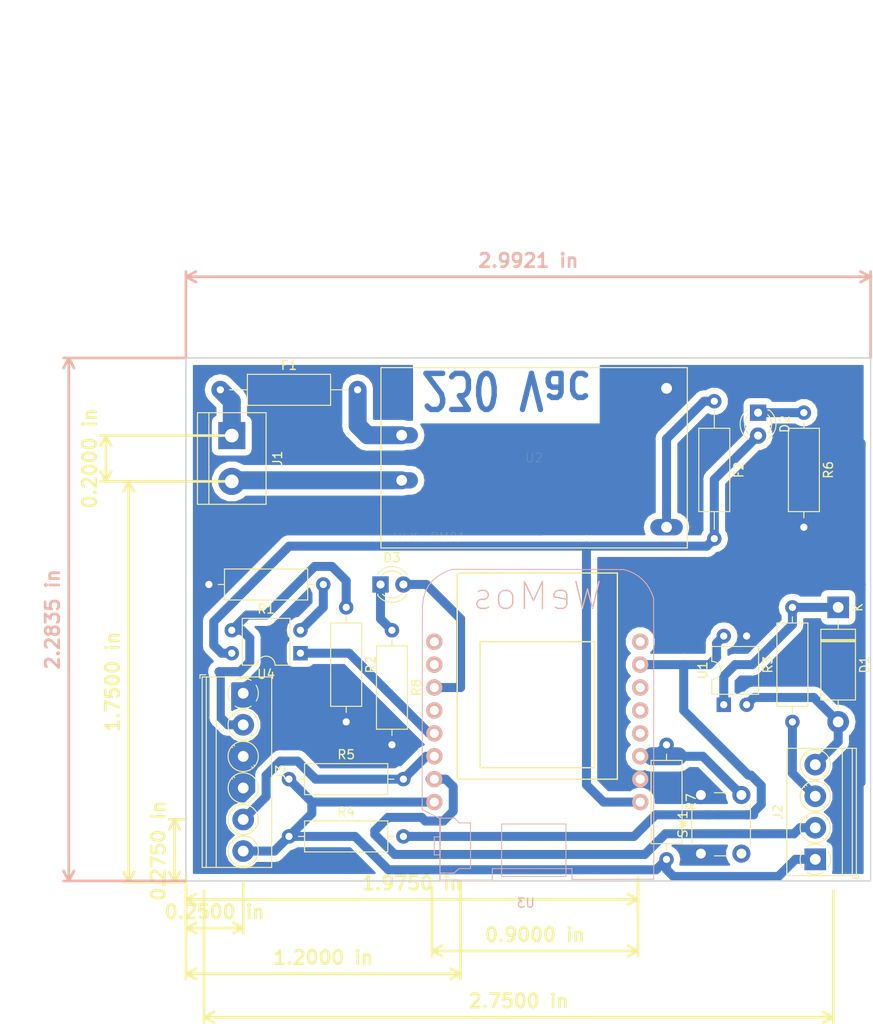
<source format=kicad_pcb>
(kicad_pcb (version 20171130) (host pcbnew "(5.0.1)-4")

  (general
    (thickness 1.6)
    (drawings 15)
    (tracks 172)
    (zones 0)
    (modules 21)
    (nets 21)
  )

  (page A4)
  (layers
    (0 F.Cu signal)
    (31 B.Cu signal)
    (32 B.Adhes user)
    (33 F.Adhes user)
    (34 B.Paste user)
    (35 F.Paste user)
    (36 B.SilkS user)
    (37 F.SilkS user)
    (38 B.Mask user)
    (39 F.Mask user)
    (40 Dwgs.User user)
    (41 Cmts.User user)
    (42 Eco1.User user)
    (43 Eco2.User user)
    (44 Edge.Cuts user)
    (45 Margin user)
    (46 B.CrtYd user)
    (47 F.CrtYd user)
    (48 B.Fab user)
    (49 F.Fab user)
  )

  (setup
    (last_trace_width 1)
    (trace_clearance 0.7)
    (zone_clearance 0.508)
    (zone_45_only no)
    (trace_min 0.2)
    (segment_width 0.2)
    (edge_width 0.15)
    (via_size 2)
    (via_drill 0.8)
    (via_min_size 0.4)
    (via_min_drill 0.3)
    (uvia_size 0.3)
    (uvia_drill 0.1)
    (uvias_allowed no)
    (uvia_min_size 0.2)
    (uvia_min_drill 0.1)
    (pcb_text_width 0.3)
    (pcb_text_size 1.5 1.5)
    (mod_edge_width 0.15)
    (mod_text_size 1 1)
    (mod_text_width 0.15)
    (pad_size 1.8 1.8)
    (pad_drill 1.016)
    (pad_to_mask_clearance 0.051)
    (solder_mask_min_width 0.25)
    (aux_axis_origin 80 104)
    (visible_elements 7FFFFFFF)
    (pcbplotparams
      (layerselection 0x01000_fffffffe)
      (usegerberextensions false)
      (usegerberattributes false)
      (usegerberadvancedattributes false)
      (creategerberjobfile false)
      (excludeedgelayer true)
      (linewidth 0.100000)
      (plotframeref false)
      (viasonmask false)
      (mode 1)
      (useauxorigin true)
      (hpglpennumber 1)
      (hpglpenspeed 20)
      (hpglpendiameter 15.000000)
      (psnegative false)
      (psa4output false)
      (plotreference true)
      (plotvalue true)
      (plotinvisibletext false)
      (padsonsilk false)
      (subtractmaskfromsilk false)
      (outputformat 1)
      (mirror false)
      (drillshape 0)
      (scaleselection 1)
      (outputdirectory "C:/Users/fabri/OneDrive/Autonom solar/controller_water_ballon_linky_connected/"))
  )

  (net 0 "")
  (net 1 "Net-(D1-Pad1)")
  (net 2 "Net-(D1-Pad2)")
  (net 3 "Net-(F1-Pad1)")
  (net 4 "Net-(F1-Pad2)")
  (net 5 +5V)
  (net 6 "Net-(F2-Pad1)")
  (net 7 "Net-(J1-Pad2)")
  (net 8 GND)
  (net 9 "Net-(J3-Pad2)")
  (net 10 "Net-(J3-Pad5)")
  (net 11 +3V3)
  (net 12 "Net-(R1-Pad1)")
  (net 13 "Net-(R4-Pad2)")
  (net 14 "Net-(U3-Pad13)")
  (net 15 "Net-(D2-Pad1)")
  (net 16 "Net-(D3-Pad2)")
  (net 17 "Net-(D3-Pad1)")
  (net 18 "Net-(R7-Pad1)")
  (net 19 "Net-(J2-Pad3)")
  (net 20 "Net-(J2-Pad2)")

  (net_class Default "Ceci est la Netclass par défaut."
    (clearance 0.7)
    (trace_width 1)
    (via_dia 2)
    (via_drill 0.8)
    (uvia_dia 0.3)
    (uvia_drill 0.1)
    (add_net +3V3)
    (add_net +5V)
    (add_net GND)
    (add_net "Net-(D1-Pad1)")
    (add_net "Net-(D1-Pad2)")
    (add_net "Net-(D2-Pad1)")
    (add_net "Net-(D3-Pad1)")
    (add_net "Net-(D3-Pad2)")
    (add_net "Net-(F1-Pad1)")
    (add_net "Net-(F1-Pad2)")
    (add_net "Net-(F2-Pad1)")
    (add_net "Net-(J1-Pad2)")
    (add_net "Net-(J2-Pad2)")
    (add_net "Net-(J2-Pad3)")
    (add_net "Net-(J3-Pad2)")
    (add_net "Net-(J3-Pad5)")
    (add_net "Net-(R1-Pad1)")
    (add_net "Net-(R4-Pad2)")
    (add_net "Net-(R7-Pad1)")
    (add_net "Net-(U3-Pad13)")
  )

  (module D1_mini:D1_mini_board (layer B.Cu) (tedit 5F54EE09) (tstamp 5F5B3265)
    (at 119 87.63 180)
    (path /5F4E867D)
    (fp_text reference U3 (at 1.27 -18.81 180) (layer B.SilkS)
      (effects (font (size 1 1) (thickness 0.15)) (justify mirror))
    )
    (fp_text value WeMos_mini (at 1.27 19.05 180) (layer B.Fab)
      (effects (font (size 1 1) (thickness 0.15)) (justify mirror))
    )
    (fp_text user WeMos (at 0 15.24 180) (layer B.SilkS)
      (effects (font (size 3 3) (thickness 0.15)) (justify mirror))
    )
    (fp_line (start -6.35 -3.81) (end -6.35 10.16) (layer F.SilkS) (width 0.15))
    (fp_line (start -6.35 10.16) (end 6.35 10.16) (layer F.SilkS) (width 0.15))
    (fp_line (start 6.35 10.16) (end 6.35 -3.81) (layer F.SilkS) (width 0.15))
    (fp_line (start 6.35 -3.81) (end -6.35 -3.81) (layer F.SilkS) (width 0.15))
    (fp_line (start -8.89 -5.08) (end 8.89 -5.08) (layer F.SilkS) (width 0.15))
    (fp_line (start 8.89 -5.08) (end 8.89 17.78) (layer F.SilkS) (width 0.15))
    (fp_line (start 8.89 17.78) (end -8.89 17.78) (layer F.SilkS) (width 0.15))
    (fp_line (start -8.89 17.78) (end -8.89 -5.08) (layer F.SilkS) (width 0.15))
    (fp_line (start 10.817472 -16.277228) (end 5.00618 -16.277228) (layer B.SilkS) (width 0.1))
    (fp_line (start 5.00618 -16.277228) (end 4.979849 -14.993795) (layer B.SilkS) (width 0.1))
    (fp_line (start 4.979849 -14.993795) (end -3.851373 -15.000483) (layer B.SilkS) (width 0.1))
    (fp_line (start -3.851373 -15.000483) (end -3.849397 -16.202736) (layer B.SilkS) (width 0.1))
    (fp_line (start -3.849397 -16.202736) (end -12.930193 -16.176658) (layer B.SilkS) (width 0.1))
    (fp_line (start -12.930193 -16.176658) (end -12.916195 14.993493) (layer B.SilkS) (width 0.1))
    (fp_line (start -12.916195 14.993493) (end -12.683384 15.596286) (layer B.SilkS) (width 0.1))
    (fp_line (start -12.683384 15.596286) (end -12.399901 16.141167) (layer B.SilkS) (width 0.1))
    (fp_line (start -12.399901 16.141167) (end -12.065253 16.627577) (layer B.SilkS) (width 0.1))
    (fp_line (start -12.065253 16.627577) (end -11.678953 17.054952) (layer B.SilkS) (width 0.1))
    (fp_line (start -11.678953 17.054952) (end -11.240512 17.422741) (layer B.SilkS) (width 0.1))
    (fp_line (start -11.240512 17.422741) (end -10.74944 17.730377) (layer B.SilkS) (width 0.1))
    (fp_line (start -10.74944 17.730377) (end -10.20525 17.97731) (layer B.SilkS) (width 0.1))
    (fp_line (start -10.20525 17.97731) (end -9.607453 18.162976) (layer B.SilkS) (width 0.1))
    (fp_line (start -9.607453 18.162976) (end 9.43046 18.191734) (layer B.SilkS) (width 0.1))
    (fp_line (start 9.43046 18.191734) (end 10.049824 17.957741) (layer B.SilkS) (width 0.1))
    (fp_line (start 10.049824 17.957741) (end 10.638018 17.673258) (layer B.SilkS) (width 0.1))
    (fp_line (start 10.638018 17.673258) (end 11.181445 17.323743) (layer B.SilkS) (width 0.1))
    (fp_line (start 11.181445 17.323743) (end 11.666503 16.894658) (layer B.SilkS) (width 0.1))
    (fp_line (start 11.666503 16.894658) (end 12.079595 16.37146) (layer B.SilkS) (width 0.1))
    (fp_line (start 12.079595 16.37146) (end 12.407122 15.739613) (layer B.SilkS) (width 0.1))
    (fp_line (start 12.407122 15.739613) (end 12.635482 14.984575) (layer B.SilkS) (width 0.1))
    (fp_line (start 12.635482 14.984575) (end 12.751078 14.091807) (layer B.SilkS) (width 0.1))
    (fp_line (start 12.751078 14.091807) (end 12.776026 -8.463285) (layer B.SilkS) (width 0.1))
    (fp_line (start 12.776026 -8.463285) (end 10.83248 -9.424181) (layer B.SilkS) (width 0.1))
    (fp_line (start 10.83248 -9.424181) (end 10.802686 -16.232524) (layer B.SilkS) (width 0.1))
    (fp_line (start -3.17965 -10.051451) (end 3.959931 -10.051451) (layer B.SilkS) (width 0.1))
    (fp_line (start 3.959931 -10.051451) (end 3.959931 -15.865188) (layer B.SilkS) (width 0.1))
    (fp_line (start 3.959931 -15.865188) (end -3.17965 -15.865188) (layer B.SilkS) (width 0.1))
    (fp_line (start -3.17965 -15.865188) (end -3.17965 -10.051451) (layer B.SilkS) (width 0.1))
    (fp_line (start 10.7436 -9.402349) (end 9.191378 -9.402349) (layer B.SilkS) (width 0.1))
    (fp_line (start 9.191378 -9.402349) (end 8.662211 -9.931515) (layer B.SilkS) (width 0.1))
    (fp_line (start 8.662211 -9.931515) (end 7.40985 -9.931515) (layer B.SilkS) (width 0.1))
    (fp_line (start 7.40985 -9.931515) (end 7.40985 -14.993876) (layer B.SilkS) (width 0.1))
    (fp_line (start 7.40985 -14.993876) (end 8.697489 -14.993876) (layer B.SilkS) (width 0.1))
    (fp_line (start 8.697489 -14.993876) (end 9.226656 -15.487765) (layer B.SilkS) (width 0.1))
    (fp_line (start 9.226656 -15.487765) (end 10.796517 -15.487765) (layer B.SilkS) (width 0.1))
    (fp_line (start 10.796517 -15.487765) (end 10.7436 -9.402349) (layer B.SilkS) (width 0.1))
    (fp_line (start 10.778878 -11.483738) (end 11.431517 -11.483738) (layer B.SilkS) (width 0.1))
    (fp_line (start 11.431517 -11.483738) (end 11.431517 -13.476932) (layer B.SilkS) (width 0.1))
    (fp_line (start 11.431517 -13.476932) (end 10.814156 -13.476932) (layer B.SilkS) (width 0.1))
    (pad 8 thru_hole circle (at -11.43 10.16 180) (size 1.8 1.8) (drill 1.016) (layers *.Cu *.Mask B.SilkS))
    (pad 7 thru_hole circle (at -11.43 7.62 180) (size 1.8 1.8) (drill 1.016) (layers *.Cu *.Mask B.SilkS)
      (net 13 "Net-(R4-Pad2)"))
    (pad 6 thru_hole circle (at -11.43 5.08 180) (size 1.8 1.8) (drill 1.016) (layers *.Cu *.Mask B.SilkS))
    (pad 5 thru_hole circle (at -11.43 2.54 180) (size 1.8 1.8) (drill 1.016) (layers *.Cu *.Mask B.SilkS))
    (pad 4 thru_hole circle (at -11.43 0 180) (size 1.8 1.8) (drill 1.016) (layers *.Cu *.Mask B.SilkS))
    (pad 3 thru_hole circle (at -11.43 -2.54 180) (size 1.8 1.8) (drill 1.016) (layers *.Cu *.Mask B.SilkS)
      (net 18 "Net-(R7-Pad1)"))
    (pad 2 thru_hole circle (at -11.43 -5.08 180) (size 1.8 1.8) (drill 1.016) (layers *.Cu *.Mask B.SilkS)
      (net 8 GND))
    (pad 1 thru_hole circle (at -11.43 -7.62 180) (size 1.8 1.8) (drill 1.016) (layers *.Cu *.Mask B.SilkS)
      (net 5 +5V))
    (pad 16 thru_hole circle (at 11.43 -7.62 180) (size 1.8 1.8) (drill 1.016) (layers *.Cu *.Mask B.SilkS)
      (net 11 +3V3))
    (pad 15 thru_hole circle (at 11.43 -5.08 180) (size 1.8 1.8) (drill 1.016) (layers *.Cu *.Mask B.SilkS)
      (net 20 "Net-(J2-Pad2)"))
    (pad 14 thru_hole circle (at 11.43 -2.54 180) (size 1.8 1.8) (drill 1.016) (layers *.Cu *.Mask B.SilkS)
      (net 10 "Net-(J3-Pad5)"))
    (pad 13 thru_hole circle (at 11.43 0 180) (size 1.8 1.8) (drill 1.016) (layers *.Cu *.Mask B.SilkS)
      (net 14 "Net-(U3-Pad13)"))
    (pad 12 thru_hole circle (at 11.43 2.54 180) (size 1.8 1.8) (drill 1.016) (layers *.Cu *.Mask B.SilkS))
    (pad 11 thru_hole circle (at 11.43 5.08 180) (size 1.8 1.8) (drill 1.016) (layers *.Cu *.Mask B.SilkS)
      (net 16 "Net-(D3-Pad2)"))
    (pad 10 thru_hole circle (at 11.43 7.62 180) (size 1.8 1.8) (drill 1.016) (layers *.Cu *.Mask B.SilkS))
    (pad 9 thru_hole circle (at 11.43 10.16 180) (size 1.8 1.8) (drill 1.016) (layers *.Cu *.Mask B.SilkS))
  )

  (module Diode_THT:D_DO-15_P12.70mm_Horizontal (layer F.Cu) (tedit 5AE50CD5) (tstamp 5F5B30B9)
    (at 152.4 73.66 270)
    (descr "Diode, DO-15 series, Axial, Horizontal, pin pitch=12.7mm, , length*diameter=7.6*3.6mm^2, , http://www.diodes.com/_files/packages/DO-15.pdf")
    (tags "Diode DO-15 series Axial Horizontal pin pitch 12.7mm  length 7.6mm diameter 3.6mm")
    (path /5ED56EE6)
    (fp_text reference D1 (at 6.35 -2.92 270) (layer F.SilkS)
      (effects (font (size 1 1) (thickness 0.15)))
    )
    (fp_text value D (at 6.35 2.92 270) (layer F.Fab)
      (effects (font (size 1 1) (thickness 0.15)))
    )
    (fp_line (start 2.55 -1.8) (end 2.55 1.8) (layer F.Fab) (width 0.1))
    (fp_line (start 2.55 1.8) (end 10.15 1.8) (layer F.Fab) (width 0.1))
    (fp_line (start 10.15 1.8) (end 10.15 -1.8) (layer F.Fab) (width 0.1))
    (fp_line (start 10.15 -1.8) (end 2.55 -1.8) (layer F.Fab) (width 0.1))
    (fp_line (start 0 0) (end 2.55 0) (layer F.Fab) (width 0.1))
    (fp_line (start 12.7 0) (end 10.15 0) (layer F.Fab) (width 0.1))
    (fp_line (start 3.69 -1.8) (end 3.69 1.8) (layer F.Fab) (width 0.1))
    (fp_line (start 3.79 -1.8) (end 3.79 1.8) (layer F.Fab) (width 0.1))
    (fp_line (start 3.59 -1.8) (end 3.59 1.8) (layer F.Fab) (width 0.1))
    (fp_line (start 2.43 -1.92) (end 2.43 1.92) (layer F.SilkS) (width 0.12))
    (fp_line (start 2.43 1.92) (end 10.27 1.92) (layer F.SilkS) (width 0.12))
    (fp_line (start 10.27 1.92) (end 10.27 -1.92) (layer F.SilkS) (width 0.12))
    (fp_line (start 10.27 -1.92) (end 2.43 -1.92) (layer F.SilkS) (width 0.12))
    (fp_line (start 1.44 0) (end 2.43 0) (layer F.SilkS) (width 0.12))
    (fp_line (start 11.26 0) (end 10.27 0) (layer F.SilkS) (width 0.12))
    (fp_line (start 3.69 -1.92) (end 3.69 1.92) (layer F.SilkS) (width 0.12))
    (fp_line (start 3.81 -1.92) (end 3.81 1.92) (layer F.SilkS) (width 0.12))
    (fp_line (start 3.57 -1.92) (end 3.57 1.92) (layer F.SilkS) (width 0.12))
    (fp_line (start -1.45 -2.05) (end -1.45 2.05) (layer F.CrtYd) (width 0.05))
    (fp_line (start -1.45 2.05) (end 14.15 2.05) (layer F.CrtYd) (width 0.05))
    (fp_line (start 14.15 2.05) (end 14.15 -2.05) (layer F.CrtYd) (width 0.05))
    (fp_line (start 14.15 -2.05) (end -1.45 -2.05) (layer F.CrtYd) (width 0.05))
    (fp_text user %R (at 6.92 0 270) (layer F.Fab)
      (effects (font (size 1 1) (thickness 0.15)))
    )
    (fp_text user K (at 0 -2.2 270) (layer F.Fab)
      (effects (font (size 1 1) (thickness 0.15)))
    )
    (fp_text user K (at 0 -2.2 270) (layer F.SilkS)
      (effects (font (size 1 1) (thickness 0.15)))
    )
    (pad 1 thru_hole rect (at 0 0 270) (size 2.4 2.4) (drill 1.2) (layers *.Cu *.Mask)
      (net 1 "Net-(D1-Pad1)"))
    (pad 2 thru_hole oval (at 12.7 0 270) (size 2.4 2.4) (drill 1.2) (layers *.Cu *.Mask)
      (net 2 "Net-(D1-Pad2)"))
    (model ${KISYS3DMOD}/Diode_THT.3dshapes/D_DO-15_P12.70mm_Horizontal.wrl
      (at (xyz 0 0 0))
      (scale (xyz 1 1 1))
      (rotate (xyz 0 0 0))
    )
  )

  (module Resistor_THT:R_Axial_DIN0309_L9.0mm_D3.2mm_P15.24mm_Horizontal (layer F.Cu) (tedit 5AE5139B) (tstamp 5F5B30D0)
    (at 83.82 49.53)
    (descr "Resistor, Axial_DIN0309 series, Axial, Horizontal, pin pitch=15.24mm, 0.5W = 1/2W, length*diameter=9*3.2mm^2, http://cdn-reichelt.de/documents/datenblatt/B400/1_4W%23YAG.pdf")
    (tags "Resistor Axial_DIN0309 series Axial Horizontal pin pitch 15.24mm 0.5W = 1/2W length 9mm diameter 3.2mm")
    (path /5F4E71C7)
    (fp_text reference F1 (at 7.62 -2.72) (layer F.SilkS)
      (effects (font (size 1 1) (thickness 0.15)))
    )
    (fp_text value "1 Amp" (at 7.62 2.72) (layer F.Fab)
      (effects (font (size 1 1) (thickness 0.15)))
    )
    (fp_line (start 3.12 -1.6) (end 3.12 1.6) (layer F.Fab) (width 0.1))
    (fp_line (start 3.12 1.6) (end 12.12 1.6) (layer F.Fab) (width 0.1))
    (fp_line (start 12.12 1.6) (end 12.12 -1.6) (layer F.Fab) (width 0.1))
    (fp_line (start 12.12 -1.6) (end 3.12 -1.6) (layer F.Fab) (width 0.1))
    (fp_line (start 0 0) (end 3.12 0) (layer F.Fab) (width 0.1))
    (fp_line (start 15.24 0) (end 12.12 0) (layer F.Fab) (width 0.1))
    (fp_line (start 3 -1.72) (end 3 1.72) (layer F.SilkS) (width 0.12))
    (fp_line (start 3 1.72) (end 12.24 1.72) (layer F.SilkS) (width 0.12))
    (fp_line (start 12.24 1.72) (end 12.24 -1.72) (layer F.SilkS) (width 0.12))
    (fp_line (start 12.24 -1.72) (end 3 -1.72) (layer F.SilkS) (width 0.12))
    (fp_line (start 1.04 0) (end 3 0) (layer F.SilkS) (width 0.12))
    (fp_line (start 14.2 0) (end 12.24 0) (layer F.SilkS) (width 0.12))
    (fp_line (start -1.05 -1.85) (end -1.05 1.85) (layer F.CrtYd) (width 0.05))
    (fp_line (start -1.05 1.85) (end 16.29 1.85) (layer F.CrtYd) (width 0.05))
    (fp_line (start 16.29 1.85) (end 16.29 -1.85) (layer F.CrtYd) (width 0.05))
    (fp_line (start 16.29 -1.85) (end -1.05 -1.85) (layer F.CrtYd) (width 0.05))
    (fp_text user %R (at 7.62 0) (layer F.Fab)
      (effects (font (size 1 1) (thickness 0.15)))
    )
    (pad 1 thru_hole circle (at 0 0) (size 1.6 1.6) (drill 0.8) (layers *.Cu *.Mask)
      (net 3 "Net-(F1-Pad1)"))
    (pad 2 thru_hole oval (at 15.24 0) (size 1.6 1.6) (drill 0.8) (layers *.Cu *.Mask)
      (net 4 "Net-(F1-Pad2)"))
    (model ${KISYS3DMOD}/Resistor_THT.3dshapes/R_Axial_DIN0309_L9.0mm_D3.2mm_P15.24mm_Horizontal.wrl
      (at (xyz 0 0 0))
      (scale (xyz 1 1 1))
      (rotate (xyz 0 0 0))
    )
  )

  (module Resistor_THT:R_Axial_DIN0309_L9.0mm_D3.2mm_P15.24mm_Horizontal (layer F.Cu) (tedit 5AE5139B) (tstamp 5F5B30E7)
    (at 138.65 50.8 270)
    (descr "Resistor, Axial_DIN0309 series, Axial, Horizontal, pin pitch=15.24mm, 0.5W = 1/2W, length*diameter=9*3.2mm^2, http://cdn-reichelt.de/documents/datenblatt/B400/1_4W%23YAG.pdf")
    (tags "Resistor Axial_DIN0309 series Axial Horizontal pin pitch 15.24mm 0.5W = 1/2W length 9mm diameter 3.2mm")
    (path /5F4E7C73)
    (fp_text reference F2 (at 7.62 -2.72 270) (layer F.SilkS)
      (effects (font (size 1 1) (thickness 0.15)))
    )
    (fp_text value "1 Amp" (at 7.62 2.72 270) (layer F.Fab)
      (effects (font (size 1 1) (thickness 0.15)))
    )
    (fp_text user %R (at -43.465001 -4.435001 270) (layer F.Fab)
      (effects (font (size 1 1) (thickness 0.15)))
    )
    (fp_line (start 16.29 -1.85) (end -1.05 -1.85) (layer F.CrtYd) (width 0.05))
    (fp_line (start 16.29 1.85) (end 16.29 -1.85) (layer F.CrtYd) (width 0.05))
    (fp_line (start -1.05 1.85) (end 16.29 1.85) (layer F.CrtYd) (width 0.05))
    (fp_line (start -1.05 -1.85) (end -1.05 1.85) (layer F.CrtYd) (width 0.05))
    (fp_line (start 14.2 0) (end 12.24 0) (layer F.SilkS) (width 0.12))
    (fp_line (start 1.04 0) (end 3 0) (layer F.SilkS) (width 0.12))
    (fp_line (start 12.24 -1.72) (end 3 -1.72) (layer F.SilkS) (width 0.12))
    (fp_line (start 12.24 1.72) (end 12.24 -1.72) (layer F.SilkS) (width 0.12))
    (fp_line (start 3 1.72) (end 12.24 1.72) (layer F.SilkS) (width 0.12))
    (fp_line (start 3 -1.72) (end 3 1.72) (layer F.SilkS) (width 0.12))
    (fp_line (start 15.24 0) (end 12.12 0) (layer F.Fab) (width 0.1))
    (fp_line (start 0 0) (end 3.12 0) (layer F.Fab) (width 0.1))
    (fp_line (start 12.12 -1.6) (end 3.12 -1.6) (layer F.Fab) (width 0.1))
    (fp_line (start 12.12 1.6) (end 12.12 -1.6) (layer F.Fab) (width 0.1))
    (fp_line (start 3.12 1.6) (end 12.12 1.6) (layer F.Fab) (width 0.1))
    (fp_line (start 3.12 -1.6) (end 3.12 1.6) (layer F.Fab) (width 0.1))
    (pad 2 thru_hole oval (at 15.24 0 270) (size 1.6 1.6) (drill 0.8) (layers *.Cu *.Mask)
      (net 5 +5V))
    (pad 1 thru_hole circle (at 0 0 270) (size 1.6 1.6) (drill 0.8) (layers *.Cu *.Mask)
      (net 6 "Net-(F2-Pad1)"))
    (model ${KISYS3DMOD}/Resistor_THT.3dshapes/R_Axial_DIN0309_L9.0mm_D3.2mm_P15.24mm_Horizontal.wrl
      (at (xyz 0 0 0))
      (scale (xyz 1 1 1))
      (rotate (xyz 0 0 0))
    )
  )

  (module TerminalBlock:TerminalBlock_bornier-2_P5.08mm (layer F.Cu) (tedit 59FF03AB) (tstamp 5F5B30FC)
    (at 85.09 54.61 270)
    (descr "simple 2-pin terminal block, pitch 5.08mm, revamped version of bornier2")
    (tags "terminal block bornier2")
    (path /5F4E7A31)
    (fp_text reference J1 (at 2.54 -5.08 270) (layer F.SilkS)
      (effects (font (size 1 1) (thickness 0.15)))
    )
    (fp_text value "230 VAC" (at 2.54 5.08 270) (layer F.Fab)
      (effects (font (size 1 1) (thickness 0.15)))
    )
    (fp_text user %R (at 2.54 0 270) (layer F.Fab)
      (effects (font (size 1 1) (thickness 0.15)))
    )
    (fp_line (start -2.41 2.55) (end 7.49 2.55) (layer F.Fab) (width 0.1))
    (fp_line (start -2.46 -3.75) (end -2.46 3.75) (layer F.Fab) (width 0.1))
    (fp_line (start -2.46 3.75) (end 7.54 3.75) (layer F.Fab) (width 0.1))
    (fp_line (start 7.54 3.75) (end 7.54 -3.75) (layer F.Fab) (width 0.1))
    (fp_line (start 7.54 -3.75) (end -2.46 -3.75) (layer F.Fab) (width 0.1))
    (fp_line (start 7.62 2.54) (end -2.54 2.54) (layer F.SilkS) (width 0.12))
    (fp_line (start 7.62 3.81) (end 7.62 -3.81) (layer F.SilkS) (width 0.12))
    (fp_line (start 7.62 -3.81) (end -2.54 -3.81) (layer F.SilkS) (width 0.12))
    (fp_line (start -2.54 -3.81) (end -2.54 3.81) (layer F.SilkS) (width 0.12))
    (fp_line (start -2.54 3.81) (end 7.62 3.81) (layer F.SilkS) (width 0.12))
    (fp_line (start -2.71 -4) (end 7.79 -4) (layer F.CrtYd) (width 0.05))
    (fp_line (start -2.71 -4) (end -2.71 4) (layer F.CrtYd) (width 0.05))
    (fp_line (start 7.79 4) (end 7.79 -4) (layer F.CrtYd) (width 0.05))
    (fp_line (start 7.79 4) (end -2.71 4) (layer F.CrtYd) (width 0.05))
    (pad 1 thru_hole rect (at 0 0 270) (size 3 3) (drill 1.52) (layers *.Cu *.Mask)
      (net 3 "Net-(F1-Pad1)"))
    (pad 2 thru_hole circle (at 5.08 0 270) (size 3 3) (drill 1.52) (layers *.Cu *.Mask)
      (net 7 "Net-(J1-Pad2)"))
    (model ${KISYS3DMOD}/TerminalBlock.3dshapes/TerminalBlock_bornier-2_P5.08mm.wrl
      (offset (xyz 2.539999961853027 0 0))
      (scale (xyz 1 1 1))
      (rotate (xyz 0 0 0))
    )
  )

  (module TerminalBlock_Phoenix:TerminalBlock_Phoenix_PT-1,5-4-3.5-H_1x04_P3.50mm_Horizontal (layer F.Cu) (tedit 5B294F40) (tstamp 5F5B3138)
    (at 149.86 101.6 90)
    (descr "Terminal Block Phoenix PT-1,5-4-3.5-H, 4 pins, pitch 3.5mm, size 14x7.6mm^2, drill diamater 1.2mm, pad diameter 2.4mm, see , script-generated using https://github.com/pointhi/kicad-footprint-generator/scripts/TerminalBlock_Phoenix")
    (tags "THT Terminal Block Phoenix PT-1,5-4-3.5-H pitch 3.5mm size 14x7.6mm^2 drill 1.2mm pad 2.4mm")
    (path /5F4E9EBE)
    (fp_text reference J2 (at 5.25 -4.16 90) (layer F.SilkS)
      (effects (font (size 1 1) (thickness 0.15)))
    )
    (fp_text value "TIC and enable heating" (at 5.25 5.56 90) (layer F.Fab)
      (effects (font (size 1 1) (thickness 0.15)))
    )
    (fp_arc (start 0 0) (end 0 1.68) (angle -32) (layer F.SilkS) (width 0.12))
    (fp_arc (start 0 0) (end 1.425 0.891) (angle -64) (layer F.SilkS) (width 0.12))
    (fp_arc (start 0 0) (end 0.866 -1.44) (angle -63) (layer F.SilkS) (width 0.12))
    (fp_arc (start 0 0) (end -1.44 -0.866) (angle -63) (layer F.SilkS) (width 0.12))
    (fp_arc (start 0 0) (end -0.866 1.44) (angle -32) (layer F.SilkS) (width 0.12))
    (fp_circle (center 0 0) (end 1.5 0) (layer F.Fab) (width 0.1))
    (fp_circle (center 3.5 0) (end 5 0) (layer F.Fab) (width 0.1))
    (fp_circle (center 3.5 0) (end 5.18 0) (layer F.SilkS) (width 0.12))
    (fp_circle (center 7 0) (end 8.5 0) (layer F.Fab) (width 0.1))
    (fp_circle (center 7 0) (end 8.68 0) (layer F.SilkS) (width 0.12))
    (fp_circle (center 10.5 0) (end 12 0) (layer F.Fab) (width 0.1))
    (fp_circle (center 10.5 0) (end 12.18 0) (layer F.SilkS) (width 0.12))
    (fp_line (start -1.75 -3.1) (end 12.25 -3.1) (layer F.Fab) (width 0.1))
    (fp_line (start 12.25 -3.1) (end 12.25 4.5) (layer F.Fab) (width 0.1))
    (fp_line (start 12.25 4.5) (end -1.35 4.5) (layer F.Fab) (width 0.1))
    (fp_line (start -1.35 4.5) (end -1.75 4.1) (layer F.Fab) (width 0.1))
    (fp_line (start -1.75 4.1) (end -1.75 -3.1) (layer F.Fab) (width 0.1))
    (fp_line (start -1.75 4.1) (end 12.25 4.1) (layer F.Fab) (width 0.1))
    (fp_line (start -1.81 4.1) (end 12.31 4.1) (layer F.SilkS) (width 0.12))
    (fp_line (start -1.75 3) (end 12.25 3) (layer F.Fab) (width 0.1))
    (fp_line (start -1.81 3) (end 12.31 3) (layer F.SilkS) (width 0.12))
    (fp_line (start -1.81 -3.16) (end 12.31 -3.16) (layer F.SilkS) (width 0.12))
    (fp_line (start -1.81 4.56) (end 12.31 4.56) (layer F.SilkS) (width 0.12))
    (fp_line (start -1.81 -3.16) (end -1.81 4.56) (layer F.SilkS) (width 0.12))
    (fp_line (start 12.31 -3.16) (end 12.31 4.56) (layer F.SilkS) (width 0.12))
    (fp_line (start 1.138 -0.955) (end -0.955 1.138) (layer F.Fab) (width 0.1))
    (fp_line (start 0.955 -1.138) (end -1.138 0.955) (layer F.Fab) (width 0.1))
    (fp_line (start 4.638 -0.955) (end 2.546 1.138) (layer F.Fab) (width 0.1))
    (fp_line (start 4.455 -1.138) (end 2.363 0.955) (layer F.Fab) (width 0.1))
    (fp_line (start 4.775 -1.069) (end 4.646 -0.941) (layer F.SilkS) (width 0.12))
    (fp_line (start 2.525 1.181) (end 2.431 1.274) (layer F.SilkS) (width 0.12))
    (fp_line (start 4.57 -1.275) (end 4.476 -1.181) (layer F.SilkS) (width 0.12))
    (fp_line (start 2.355 0.941) (end 2.226 1.069) (layer F.SilkS) (width 0.12))
    (fp_line (start 8.138 -0.955) (end 6.046 1.138) (layer F.Fab) (width 0.1))
    (fp_line (start 7.955 -1.138) (end 5.863 0.955) (layer F.Fab) (width 0.1))
    (fp_line (start 8.275 -1.069) (end 8.146 -0.941) (layer F.SilkS) (width 0.12))
    (fp_line (start 6.025 1.181) (end 5.931 1.274) (layer F.SilkS) (width 0.12))
    (fp_line (start 8.07 -1.275) (end 7.976 -1.181) (layer F.SilkS) (width 0.12))
    (fp_line (start 5.855 0.941) (end 5.726 1.069) (layer F.SilkS) (width 0.12))
    (fp_line (start 11.638 -0.955) (end 9.546 1.138) (layer F.Fab) (width 0.1))
    (fp_line (start 11.455 -1.138) (end 9.363 0.955) (layer F.Fab) (width 0.1))
    (fp_line (start 11.775 -1.069) (end 11.646 -0.941) (layer F.SilkS) (width 0.12))
    (fp_line (start 9.525 1.181) (end 9.431 1.274) (layer F.SilkS) (width 0.12))
    (fp_line (start 11.57 -1.275) (end 11.476 -1.181) (layer F.SilkS) (width 0.12))
    (fp_line (start 9.355 0.941) (end 9.226 1.069) (layer F.SilkS) (width 0.12))
    (fp_line (start -2.05 4.16) (end -2.05 4.8) (layer F.SilkS) (width 0.12))
    (fp_line (start -2.05 4.8) (end -1.65 4.8) (layer F.SilkS) (width 0.12))
    (fp_line (start -2.25 -3.6) (end -2.25 5) (layer F.CrtYd) (width 0.05))
    (fp_line (start -2.25 5) (end 12.75 5) (layer F.CrtYd) (width 0.05))
    (fp_line (start 12.75 5) (end 12.75 -3.6) (layer F.CrtYd) (width 0.05))
    (fp_line (start 12.75 -3.6) (end -2.25 -3.6) (layer F.CrtYd) (width 0.05))
    (fp_text user %R (at 5.25 2.4 90) (layer F.Fab)
      (effects (font (size 1 1) (thickness 0.15)))
    )
    (pad 1 thru_hole rect (at 0 0 90) (size 2.4 2.4) (drill 1.2) (layers *.Cu *.Mask)
      (net 11 +3V3))
    (pad 2 thru_hole circle (at 3.5 0 90) (size 2.4 2.4) (drill 1.2) (layers *.Cu *.Mask)
      (net 20 "Net-(J2-Pad2)"))
    (pad 3 thru_hole circle (at 7 0 90) (size 2.4 2.4) (drill 1.2) (layers *.Cu *.Mask)
      (net 19 "Net-(J2-Pad3)"))
    (pad 4 thru_hole circle (at 10.5 0 90) (size 2.4 2.4) (drill 1.2) (layers *.Cu *.Mask)
      (net 2 "Net-(D1-Pad2)"))
    (model ${KISYS3DMOD}/TerminalBlock_Phoenix.3dshapes/TerminalBlock_Phoenix_PT-1,5-4-3.5-H_1x04_P3.50mm_Horizontal.wrl
      (at (xyz 0 0 0))
      (scale (xyz 1 1 1))
      (rotate (xyz 0 0 0))
    )
  )

  (module TerminalBlock_Phoenix:TerminalBlock_Phoenix_PT-1,5-6-3.5-H_1x06_P3.50mm_Horizontal (layer F.Cu) (tedit 5B294F41) (tstamp 5F5B3186)
    (at 86.36 83.185 270)
    (descr "Terminal Block Phoenix PT-1,5-6-3.5-H, 6 pins, pitch 3.5mm, size 21x7.6mm^2, drill diamater 1.2mm, pad diameter 2.4mm, see , script-generated using https://github.com/pointhi/kicad-footprint-generator/scripts/TerminalBlock_Phoenix")
    (tags "THT Terminal Block Phoenix PT-1,5-6-3.5-H pitch 3.5mm size 21x7.6mm^2 drill 1.2mm pad 2.4mm")
    (path /5F4F03D3)
    (fp_text reference J3 (at 8.75 -4.16 270) (layer F.SilkS)
      (effects (font (size 1 1) (thickness 0.15)))
    )
    (fp_text value "SSR and temperatur sensor" (at 8.75 5.56 270) (layer F.Fab)
      (effects (font (size 1 1) (thickness 0.15)))
    )
    (fp_arc (start 0 0) (end 0 1.68) (angle -32) (layer F.SilkS) (width 0.12))
    (fp_arc (start 0 0) (end 1.425 0.891) (angle -64) (layer F.SilkS) (width 0.12))
    (fp_arc (start 0 0) (end 0.866 -1.44) (angle -63) (layer F.SilkS) (width 0.12))
    (fp_arc (start 0 0) (end -1.44 -0.866) (angle -63) (layer F.SilkS) (width 0.12))
    (fp_arc (start 0 0) (end -0.866 1.44) (angle -32) (layer F.SilkS) (width 0.12))
    (fp_circle (center 0 0) (end 1.5 0) (layer F.Fab) (width 0.1))
    (fp_circle (center 3.5 0) (end 5 0) (layer F.Fab) (width 0.1))
    (fp_circle (center 3.5 0) (end 5.18 0) (layer F.SilkS) (width 0.12))
    (fp_circle (center 7 0) (end 8.5 0) (layer F.Fab) (width 0.1))
    (fp_circle (center 7 0) (end 8.68 0) (layer F.SilkS) (width 0.12))
    (fp_circle (center 10.5 0) (end 12 0) (layer F.Fab) (width 0.1))
    (fp_circle (center 10.5 0) (end 12.18 0) (layer F.SilkS) (width 0.12))
    (fp_circle (center 14 0) (end 15.5 0) (layer F.Fab) (width 0.1))
    (fp_circle (center 14 0) (end 15.68 0) (layer F.SilkS) (width 0.12))
    (fp_circle (center 17.5 0) (end 19 0) (layer F.Fab) (width 0.1))
    (fp_circle (center 17.5 0) (end 19.18 0) (layer F.SilkS) (width 0.12))
    (fp_line (start -1.75 -3.1) (end 19.25 -3.1) (layer F.Fab) (width 0.1))
    (fp_line (start 19.25 -3.1) (end 19.25 4.5) (layer F.Fab) (width 0.1))
    (fp_line (start 19.25 4.5) (end -1.35 4.5) (layer F.Fab) (width 0.1))
    (fp_line (start -1.35 4.5) (end -1.75 4.1) (layer F.Fab) (width 0.1))
    (fp_line (start -1.75 4.1) (end -1.75 -3.1) (layer F.Fab) (width 0.1))
    (fp_line (start -1.75 4.1) (end 19.25 4.1) (layer F.Fab) (width 0.1))
    (fp_line (start -1.81 4.1) (end 19.311 4.1) (layer F.SilkS) (width 0.12))
    (fp_line (start -1.75 3) (end 19.25 3) (layer F.Fab) (width 0.1))
    (fp_line (start -1.81 3) (end 19.311 3) (layer F.SilkS) (width 0.12))
    (fp_line (start -1.81 -3.16) (end 19.311 -3.16) (layer F.SilkS) (width 0.12))
    (fp_line (start -1.81 4.56) (end 19.311 4.56) (layer F.SilkS) (width 0.12))
    (fp_line (start -1.81 -3.16) (end -1.81 4.56) (layer F.SilkS) (width 0.12))
    (fp_line (start 19.311 -3.16) (end 19.311 4.56) (layer F.SilkS) (width 0.12))
    (fp_line (start 1.138 -0.955) (end -0.955 1.138) (layer F.Fab) (width 0.1))
    (fp_line (start 0.955 -1.138) (end -1.138 0.955) (layer F.Fab) (width 0.1))
    (fp_line (start 4.638 -0.955) (end 2.546 1.138) (layer F.Fab) (width 0.1))
    (fp_line (start 4.455 -1.138) (end 2.363 0.955) (layer F.Fab) (width 0.1))
    (fp_line (start 4.775 -1.069) (end 4.646 -0.941) (layer F.SilkS) (width 0.12))
    (fp_line (start 2.525 1.181) (end 2.431 1.274) (layer F.SilkS) (width 0.12))
    (fp_line (start 4.57 -1.275) (end 4.476 -1.181) (layer F.SilkS) (width 0.12))
    (fp_line (start 2.355 0.941) (end 2.226 1.069) (layer F.SilkS) (width 0.12))
    (fp_line (start 8.138 -0.955) (end 6.046 1.138) (layer F.Fab) (width 0.1))
    (fp_line (start 7.955 -1.138) (end 5.863 0.955) (layer F.Fab) (width 0.1))
    (fp_line (start 8.275 -1.069) (end 8.146 -0.941) (layer F.SilkS) (width 0.12))
    (fp_line (start 6.025 1.181) (end 5.931 1.274) (layer F.SilkS) (width 0.12))
    (fp_line (start 8.07 -1.275) (end 7.976 -1.181) (layer F.SilkS) (width 0.12))
    (fp_line (start 5.855 0.941) (end 5.726 1.069) (layer F.SilkS) (width 0.12))
    (fp_line (start 11.638 -0.955) (end 9.546 1.138) (layer F.Fab) (width 0.1))
    (fp_line (start 11.455 -1.138) (end 9.363 0.955) (layer F.Fab) (width 0.1))
    (fp_line (start 11.775 -1.069) (end 11.646 -0.941) (layer F.SilkS) (width 0.12))
    (fp_line (start 9.525 1.181) (end 9.431 1.274) (layer F.SilkS) (width 0.12))
    (fp_line (start 11.57 -1.275) (end 11.476 -1.181) (layer F.SilkS) (width 0.12))
    (fp_line (start 9.355 0.941) (end 9.226 1.069) (layer F.SilkS) (width 0.12))
    (fp_line (start 15.138 -0.955) (end 13.046 1.138) (layer F.Fab) (width 0.1))
    (fp_line (start 14.955 -1.138) (end 12.863 0.955) (layer F.Fab) (width 0.1))
    (fp_line (start 15.275 -1.069) (end 15.146 -0.941) (layer F.SilkS) (width 0.12))
    (fp_line (start 13.025 1.181) (end 12.931 1.274) (layer F.SilkS) (width 0.12))
    (fp_line (start 15.07 -1.275) (end 14.976 -1.181) (layer F.SilkS) (width 0.12))
    (fp_line (start 12.855 0.941) (end 12.726 1.069) (layer F.SilkS) (width 0.12))
    (fp_line (start 18.638 -0.955) (end 16.546 1.138) (layer F.Fab) (width 0.1))
    (fp_line (start 18.455 -1.138) (end 16.363 0.955) (layer F.Fab) (width 0.1))
    (fp_line (start 18.775 -1.069) (end 18.646 -0.941) (layer F.SilkS) (width 0.12))
    (fp_line (start 16.525 1.181) (end 16.431 1.274) (layer F.SilkS) (width 0.12))
    (fp_line (start 18.57 -1.275) (end 18.476 -1.181) (layer F.SilkS) (width 0.12))
    (fp_line (start 16.355 0.941) (end 16.226 1.069) (layer F.SilkS) (width 0.12))
    (fp_line (start -2.05 4.16) (end -2.05 4.8) (layer F.SilkS) (width 0.12))
    (fp_line (start -2.05 4.8) (end -1.65 4.8) (layer F.SilkS) (width 0.12))
    (fp_line (start -2.25 -3.6) (end -2.25 5) (layer F.CrtYd) (width 0.05))
    (fp_line (start -2.25 5) (end 19.75 5) (layer F.CrtYd) (width 0.05))
    (fp_line (start 19.75 5) (end 19.75 -3.6) (layer F.CrtYd) (width 0.05))
    (fp_line (start 19.75 -3.6) (end -2.25 -3.6) (layer F.CrtYd) (width 0.05))
    (fp_text user %R (at 8.75 2.4 270) (layer F.Fab)
      (effects (font (size 1 1) (thickness 0.15)))
    )
    (pad 1 thru_hole rect (at 0 0 270) (size 2.4 2.4) (drill 1.2) (layers *.Cu *.Mask)
      (net 8 GND))
    (pad 2 thru_hole circle (at 3.5 0 270) (size 2.4 2.4) (drill 1.2) (layers *.Cu *.Mask)
      (net 9 "Net-(J3-Pad2)"))
    (pad 3 thru_hole circle (at 7 0 270) (size 2.4 2.4) (drill 1.2) (layers *.Cu *.Mask)
      (net 8 GND))
    (pad 4 thru_hole circle (at 10.5 0 270) (size 2.4 2.4) (drill 1.2) (layers *.Cu *.Mask)
      (net 8 GND))
    (pad 5 thru_hole circle (at 14 0 270) (size 2.4 2.4) (drill 1.2) (layers *.Cu *.Mask)
      (net 10 "Net-(J3-Pad5)"))
    (pad 6 thru_hole circle (at 17.5 0 270) (size 2.4 2.4) (drill 1.2) (layers *.Cu *.Mask)
      (net 11 +3V3))
    (model ${KISYS3DMOD}/TerminalBlock_Phoenix.3dshapes/TerminalBlock_Phoenix_PT-1,5-6-3.5-H_1x06_P3.50mm_Horizontal.wrl
      (at (xyz 0 0 0))
      (scale (xyz 1 1 1))
      (rotate (xyz 0 0 0))
    )
  )

  (module Resistor_THT:R_Axial_DIN0309_L9.0mm_D3.2mm_P12.70mm_Horizontal (layer F.Cu) (tedit 5AE5139B) (tstamp 5F5B319D)
    (at 95.25 71.12 180)
    (descr "Resistor, Axial_DIN0309 series, Axial, Horizontal, pin pitch=12.7mm, 0.5W = 1/2W, length*diameter=9*3.2mm^2, http://cdn-reichelt.de/documents/datenblatt/B400/1_4W%23YAG.pdf")
    (tags "Resistor Axial_DIN0309 series Axial Horizontal pin pitch 12.7mm 0.5W = 1/2W length 9mm diameter 3.2mm")
    (path /5F4E649C)
    (fp_text reference R1 (at 6.35 -2.72 180) (layer F.SilkS)
      (effects (font (size 1 1) (thickness 0.15)))
    )
    (fp_text value 220 (at 6.35 2.72 180) (layer F.Fab)
      (effects (font (size 1 1) (thickness 0.15)))
    )
    (fp_text user %R (at 6.35 0 180) (layer F.Fab)
      (effects (font (size 1 1) (thickness 0.15)))
    )
    (fp_line (start 13.75 -1.85) (end -1.05 -1.85) (layer F.CrtYd) (width 0.05))
    (fp_line (start 13.75 1.85) (end 13.75 -1.85) (layer F.CrtYd) (width 0.05))
    (fp_line (start -1.05 1.85) (end 13.75 1.85) (layer F.CrtYd) (width 0.05))
    (fp_line (start -1.05 -1.85) (end -1.05 1.85) (layer F.CrtYd) (width 0.05))
    (fp_line (start 11.66 0) (end 10.97 0) (layer F.SilkS) (width 0.12))
    (fp_line (start 1.04 0) (end 1.73 0) (layer F.SilkS) (width 0.12))
    (fp_line (start 10.97 -1.72) (end 1.73 -1.72) (layer F.SilkS) (width 0.12))
    (fp_line (start 10.97 1.72) (end 10.97 -1.72) (layer F.SilkS) (width 0.12))
    (fp_line (start 1.73 1.72) (end 10.97 1.72) (layer F.SilkS) (width 0.12))
    (fp_line (start 1.73 -1.72) (end 1.73 1.72) (layer F.SilkS) (width 0.12))
    (fp_line (start 12.7 0) (end 10.85 0) (layer F.Fab) (width 0.1))
    (fp_line (start 0 0) (end 1.85 0) (layer F.Fab) (width 0.1))
    (fp_line (start 10.85 -1.6) (end 1.85 -1.6) (layer F.Fab) (width 0.1))
    (fp_line (start 10.85 1.6) (end 10.85 -1.6) (layer F.Fab) (width 0.1))
    (fp_line (start 1.85 1.6) (end 10.85 1.6) (layer F.Fab) (width 0.1))
    (fp_line (start 1.85 -1.6) (end 1.85 1.6) (layer F.Fab) (width 0.1))
    (pad 2 thru_hole oval (at 12.7 0 180) (size 1.6 1.6) (drill 0.8) (layers *.Cu *.Mask)
      (net 8 GND))
    (pad 1 thru_hole circle (at 0 0 180) (size 1.6 1.6) (drill 0.8) (layers *.Cu *.Mask)
      (net 12 "Net-(R1-Pad1)"))
    (model ${KISYS3DMOD}/Resistor_THT.3dshapes/R_Axial_DIN0309_L9.0mm_D3.2mm_P12.70mm_Horizontal.wrl
      (at (xyz 0 0 0))
      (scale (xyz 1 1 1))
      (rotate (xyz 0 0 0))
    )
  )

  (module Resistor_THT:R_Axial_DIN0309_L9.0mm_D3.2mm_P12.70mm_Horizontal (layer F.Cu) (tedit 5AE5139B) (tstamp 5F5B31B4)
    (at 97.79 73.66 270)
    (descr "Resistor, Axial_DIN0309 series, Axial, Horizontal, pin pitch=12.7mm, 0.5W = 1/2W, length*diameter=9*3.2mm^2, http://cdn-reichelt.de/documents/datenblatt/B400/1_4W%23YAG.pdf")
    (tags "Resistor Axial_DIN0309 series Axial Horizontal pin pitch 12.7mm 0.5W = 1/2W length 9mm diameter 3.2mm")
    (path /5F4E6401)
    (fp_text reference R2 (at 6.35 -2.72 270) (layer F.SilkS)
      (effects (font (size 1 1) (thickness 0.15)))
    )
    (fp_text value 1K (at 6.35 2.72 270) (layer F.Fab)
      (effects (font (size 1 1) (thickness 0.15)))
    )
    (fp_text user %R (at 6.35 0 270) (layer F.Fab)
      (effects (font (size 1 1) (thickness 0.15)))
    )
    (fp_line (start 13.75 -1.85) (end -1.05 -1.85) (layer F.CrtYd) (width 0.05))
    (fp_line (start 13.75 1.85) (end 13.75 -1.85) (layer F.CrtYd) (width 0.05))
    (fp_line (start -1.05 1.85) (end 13.75 1.85) (layer F.CrtYd) (width 0.05))
    (fp_line (start -1.05 -1.85) (end -1.05 1.85) (layer F.CrtYd) (width 0.05))
    (fp_line (start 11.66 0) (end 10.97 0) (layer F.SilkS) (width 0.12))
    (fp_line (start 1.04 0) (end 1.73 0) (layer F.SilkS) (width 0.12))
    (fp_line (start 10.97 -1.72) (end 1.73 -1.72) (layer F.SilkS) (width 0.12))
    (fp_line (start 10.97 1.72) (end 10.97 -1.72) (layer F.SilkS) (width 0.12))
    (fp_line (start 1.73 1.72) (end 10.97 1.72) (layer F.SilkS) (width 0.12))
    (fp_line (start 1.73 -1.72) (end 1.73 1.72) (layer F.SilkS) (width 0.12))
    (fp_line (start 12.7 0) (end 10.85 0) (layer F.Fab) (width 0.1))
    (fp_line (start 0 0) (end 1.85 0) (layer F.Fab) (width 0.1))
    (fp_line (start 10.85 -1.6) (end 1.85 -1.6) (layer F.Fab) (width 0.1))
    (fp_line (start 10.85 1.6) (end 10.85 -1.6) (layer F.Fab) (width 0.1))
    (fp_line (start 1.85 1.6) (end 10.85 1.6) (layer F.Fab) (width 0.1))
    (fp_line (start 1.85 -1.6) (end 1.85 1.6) (layer F.Fab) (width 0.1))
    (pad 2 thru_hole oval (at 12.7 0 270) (size 1.6 1.6) (drill 0.8) (layers *.Cu *.Mask)
      (net 8 GND))
    (pad 1 thru_hole circle (at 0 0 270) (size 1.6 1.6) (drill 0.8) (layers *.Cu *.Mask)
      (net 9 "Net-(J3-Pad2)"))
    (model ${KISYS3DMOD}/Resistor_THT.3dshapes/R_Axial_DIN0309_L9.0mm_D3.2mm_P12.70mm_Horizontal.wrl
      (at (xyz 0 0 0))
      (scale (xyz 1 1 1))
      (rotate (xyz 0 0 0))
    )
  )

  (module Resistor_THT:R_Axial_DIN0309_L9.0mm_D3.2mm_P12.70mm_Horizontal (layer F.Cu) (tedit 5AE5139B) (tstamp 5F5B31CB)
    (at 147.32 86.36 90)
    (descr "Resistor, Axial_DIN0309 series, Axial, Horizontal, pin pitch=12.7mm, 0.5W = 1/2W, length*diameter=9*3.2mm^2, http://cdn-reichelt.de/documents/datenblatt/B400/1_4W%23YAG.pdf")
    (tags "Resistor Axial_DIN0309 series Axial Horizontal pin pitch 12.7mm 0.5W = 1/2W length 9mm diameter 3.2mm")
    (path /5ED56DA9)
    (fp_text reference R3 (at 6.35 -2.72 90) (layer F.SilkS)
      (effects (font (size 1 1) (thickness 0.15)))
    )
    (fp_text value 1K (at 6.35 2.72 90) (layer F.Fab)
      (effects (font (size 1 1) (thickness 0.15)))
    )
    (fp_line (start 1.85 -1.6) (end 1.85 1.6) (layer F.Fab) (width 0.1))
    (fp_line (start 1.85 1.6) (end 10.85 1.6) (layer F.Fab) (width 0.1))
    (fp_line (start 10.85 1.6) (end 10.85 -1.6) (layer F.Fab) (width 0.1))
    (fp_line (start 10.85 -1.6) (end 1.85 -1.6) (layer F.Fab) (width 0.1))
    (fp_line (start 0 0) (end 1.85 0) (layer F.Fab) (width 0.1))
    (fp_line (start 12.7 0) (end 10.85 0) (layer F.Fab) (width 0.1))
    (fp_line (start 1.73 -1.72) (end 1.73 1.72) (layer F.SilkS) (width 0.12))
    (fp_line (start 1.73 1.72) (end 10.97 1.72) (layer F.SilkS) (width 0.12))
    (fp_line (start 10.97 1.72) (end 10.97 -1.72) (layer F.SilkS) (width 0.12))
    (fp_line (start 10.97 -1.72) (end 1.73 -1.72) (layer F.SilkS) (width 0.12))
    (fp_line (start 1.04 0) (end 1.73 0) (layer F.SilkS) (width 0.12))
    (fp_line (start 11.66 0) (end 10.97 0) (layer F.SilkS) (width 0.12))
    (fp_line (start -1.05 -1.85) (end -1.05 1.85) (layer F.CrtYd) (width 0.05))
    (fp_line (start -1.05 1.85) (end 13.75 1.85) (layer F.CrtYd) (width 0.05))
    (fp_line (start 13.75 1.85) (end 13.75 -1.85) (layer F.CrtYd) (width 0.05))
    (fp_line (start 13.75 -1.85) (end -1.05 -1.85) (layer F.CrtYd) (width 0.05))
    (fp_text user %R (at 6.35 0 90) (layer F.Fab)
      (effects (font (size 1 1) (thickness 0.15)))
    )
    (pad 1 thru_hole circle (at 0 0 90) (size 1.6 1.6) (drill 0.8) (layers *.Cu *.Mask)
      (net 19 "Net-(J2-Pad3)"))
    (pad 2 thru_hole oval (at 12.7 0 90) (size 1.6 1.6) (drill 0.8) (layers *.Cu *.Mask)
      (net 1 "Net-(D1-Pad1)"))
    (model ${KISYS3DMOD}/Resistor_THT.3dshapes/R_Axial_DIN0309_L9.0mm_D3.2mm_P12.70mm_Horizontal.wrl
      (at (xyz 0 0 0))
      (scale (xyz 1 1 1))
      (rotate (xyz 0 0 0))
    )
  )

  (module Resistor_THT:R_Axial_DIN0309_L9.0mm_D3.2mm_P12.70mm_Horizontal (layer F.Cu) (tedit 5AE5139B) (tstamp 5F5B31E2)
    (at 91.44 99.06)
    (descr "Resistor, Axial_DIN0309 series, Axial, Horizontal, pin pitch=12.7mm, 0.5W = 1/2W, length*diameter=9*3.2mm^2, http://cdn-reichelt.de/documents/datenblatt/B400/1_4W%23YAG.pdf")
    (tags "Resistor Axial_DIN0309 series Axial Horizontal pin pitch 12.7mm 0.5W = 1/2W length 9mm diameter 3.2mm")
    (path /5ED56E54)
    (fp_text reference R4 (at 6.35 -2.72) (layer F.SilkS)
      (effects (font (size 1 1) (thickness 0.15)))
    )
    (fp_text value 10K (at 6.35 2.72) (layer F.Fab)
      (effects (font (size 1 1) (thickness 0.15)))
    )
    (fp_text user %R (at 6.35 0) (layer F.Fab)
      (effects (font (size 1 1) (thickness 0.15)))
    )
    (fp_line (start 13.75 -1.85) (end -1.05 -1.85) (layer F.CrtYd) (width 0.05))
    (fp_line (start 13.75 1.85) (end 13.75 -1.85) (layer F.CrtYd) (width 0.05))
    (fp_line (start -1.05 1.85) (end 13.75 1.85) (layer F.CrtYd) (width 0.05))
    (fp_line (start -1.05 -1.85) (end -1.05 1.85) (layer F.CrtYd) (width 0.05))
    (fp_line (start 11.66 0) (end 10.97 0) (layer F.SilkS) (width 0.12))
    (fp_line (start 1.04 0) (end 1.73 0) (layer F.SilkS) (width 0.12))
    (fp_line (start 10.97 -1.72) (end 1.73 -1.72) (layer F.SilkS) (width 0.12))
    (fp_line (start 10.97 1.72) (end 10.97 -1.72) (layer F.SilkS) (width 0.12))
    (fp_line (start 1.73 1.72) (end 10.97 1.72) (layer F.SilkS) (width 0.12))
    (fp_line (start 1.73 -1.72) (end 1.73 1.72) (layer F.SilkS) (width 0.12))
    (fp_line (start 12.7 0) (end 10.85 0) (layer F.Fab) (width 0.1))
    (fp_line (start 0 0) (end 1.85 0) (layer F.Fab) (width 0.1))
    (fp_line (start 10.85 -1.6) (end 1.85 -1.6) (layer F.Fab) (width 0.1))
    (fp_line (start 10.85 1.6) (end 10.85 -1.6) (layer F.Fab) (width 0.1))
    (fp_line (start 1.85 1.6) (end 10.85 1.6) (layer F.Fab) (width 0.1))
    (fp_line (start 1.85 -1.6) (end 1.85 1.6) (layer F.Fab) (width 0.1))
    (pad 2 thru_hole oval (at 12.7 0) (size 1.6 1.6) (drill 0.8) (layers *.Cu *.Mask)
      (net 13 "Net-(R4-Pad2)"))
    (pad 1 thru_hole circle (at 0 0) (size 1.6 1.6) (drill 0.8) (layers *.Cu *.Mask)
      (net 11 +3V3))
    (model ${KISYS3DMOD}/Resistor_THT.3dshapes/R_Axial_DIN0309_L9.0mm_D3.2mm_P12.70mm_Horizontal.wrl
      (at (xyz 0 0 0))
      (scale (xyz 1 1 1))
      (rotate (xyz 0 0 0))
    )
  )

  (module Resistor_THT:R_Axial_DIN0309_L9.0mm_D3.2mm_P12.70mm_Horizontal (layer F.Cu) (tedit 5AE5139B) (tstamp 5F5B31F9)
    (at 91.44 92.71)
    (descr "Resistor, Axial_DIN0309 series, Axial, Horizontal, pin pitch=12.7mm, 0.5W = 1/2W, length*diameter=9*3.2mm^2, http://cdn-reichelt.de/documents/datenblatt/B400/1_4W%23YAG.pdf")
    (tags "Resistor Axial_DIN0309 series Axial Horizontal pin pitch 12.7mm 0.5W = 1/2W length 9mm diameter 3.2mm")
    (path /5F4FAA4D)
    (fp_text reference R5 (at 6.35 -2.72) (layer F.SilkS)
      (effects (font (size 1 1) (thickness 0.15)))
    )
    (fp_text value "4,7 K" (at 6.35 2.72) (layer F.Fab)
      (effects (font (size 1 1) (thickness 0.15)))
    )
    (fp_line (start 1.85 -1.6) (end 1.85 1.6) (layer F.Fab) (width 0.1))
    (fp_line (start 1.85 1.6) (end 10.85 1.6) (layer F.Fab) (width 0.1))
    (fp_line (start 10.85 1.6) (end 10.85 -1.6) (layer F.Fab) (width 0.1))
    (fp_line (start 10.85 -1.6) (end 1.85 -1.6) (layer F.Fab) (width 0.1))
    (fp_line (start 0 0) (end 1.85 0) (layer F.Fab) (width 0.1))
    (fp_line (start 12.7 0) (end 10.85 0) (layer F.Fab) (width 0.1))
    (fp_line (start 1.73 -1.72) (end 1.73 1.72) (layer F.SilkS) (width 0.12))
    (fp_line (start 1.73 1.72) (end 10.97 1.72) (layer F.SilkS) (width 0.12))
    (fp_line (start 10.97 1.72) (end 10.97 -1.72) (layer F.SilkS) (width 0.12))
    (fp_line (start 10.97 -1.72) (end 1.73 -1.72) (layer F.SilkS) (width 0.12))
    (fp_line (start 1.04 0) (end 1.73 0) (layer F.SilkS) (width 0.12))
    (fp_line (start 11.66 0) (end 10.97 0) (layer F.SilkS) (width 0.12))
    (fp_line (start -1.05 -1.85) (end -1.05 1.85) (layer F.CrtYd) (width 0.05))
    (fp_line (start -1.05 1.85) (end 13.75 1.85) (layer F.CrtYd) (width 0.05))
    (fp_line (start 13.75 1.85) (end 13.75 -1.85) (layer F.CrtYd) (width 0.05))
    (fp_line (start 13.75 -1.85) (end -1.05 -1.85) (layer F.CrtYd) (width 0.05))
    (fp_text user %R (at 6.35 0) (layer F.Fab)
      (effects (font (size 1 1) (thickness 0.15)))
    )
    (pad 1 thru_hole circle (at 0 0) (size 1.6 1.6) (drill 0.8) (layers *.Cu *.Mask)
      (net 11 +3V3))
    (pad 2 thru_hole oval (at 12.7 0) (size 1.6 1.6) (drill 0.8) (layers *.Cu *.Mask)
      (net 10 "Net-(J3-Pad5)"))
    (model ${KISYS3DMOD}/Resistor_THT.3dshapes/R_Axial_DIN0309_L9.0mm_D3.2mm_P12.70mm_Horizontal.wrl
      (at (xyz 0 0 0))
      (scale (xyz 1 1 1))
      (rotate (xyz 0 0 0))
    )
  )

  (module Package_DIP:DIP-4_W7.62mm (layer F.Cu) (tedit 5A02E8C5) (tstamp 5F5B3211)
    (at 139.7 84.455 90)
    (descr "4-lead though-hole mounted DIP package, row spacing 7.62 mm (300 mils)")
    (tags "THT DIP DIL PDIP 2.54mm 7.62mm 300mil")
    (path /5ED5697B)
    (fp_text reference U1 (at 3.81 -2.33 90) (layer F.SilkS)
      (effects (font (size 1 1) (thickness 0.15)))
    )
    (fp_text value PC817 (at 3.81 4.87 90) (layer F.Fab)
      (effects (font (size 1 1) (thickness 0.15)))
    )
    (fp_arc (start 3.81 -1.33) (end 2.81 -1.33) (angle -180) (layer F.SilkS) (width 0.12))
    (fp_line (start 1.635 -1.27) (end 6.985 -1.27) (layer F.Fab) (width 0.1))
    (fp_line (start 6.985 -1.27) (end 6.985 3.81) (layer F.Fab) (width 0.1))
    (fp_line (start 6.985 3.81) (end 0.635 3.81) (layer F.Fab) (width 0.1))
    (fp_line (start 0.635 3.81) (end 0.635 -0.27) (layer F.Fab) (width 0.1))
    (fp_line (start 0.635 -0.27) (end 1.635 -1.27) (layer F.Fab) (width 0.1))
    (fp_line (start 2.81 -1.33) (end 1.16 -1.33) (layer F.SilkS) (width 0.12))
    (fp_line (start 1.16 -1.33) (end 1.16 3.87) (layer F.SilkS) (width 0.12))
    (fp_line (start 1.16 3.87) (end 6.46 3.87) (layer F.SilkS) (width 0.12))
    (fp_line (start 6.46 3.87) (end 6.46 -1.33) (layer F.SilkS) (width 0.12))
    (fp_line (start 6.46 -1.33) (end 4.81 -1.33) (layer F.SilkS) (width 0.12))
    (fp_line (start -1.1 -1.55) (end -1.1 4.1) (layer F.CrtYd) (width 0.05))
    (fp_line (start -1.1 4.1) (end 8.7 4.1) (layer F.CrtYd) (width 0.05))
    (fp_line (start 8.7 4.1) (end 8.7 -1.55) (layer F.CrtYd) (width 0.05))
    (fp_line (start 8.7 -1.55) (end -1.1 -1.55) (layer F.CrtYd) (width 0.05))
    (fp_text user %R (at 3.81 1.27 90) (layer F.Fab)
      (effects (font (size 1 1) (thickness 0.15)))
    )
    (pad 1 thru_hole rect (at 0 0 90) (size 1.6 1.6) (drill 0.8) (layers *.Cu *.Mask)
      (net 1 "Net-(D1-Pad1)"))
    (pad 3 thru_hole oval (at 7.62 2.54 90) (size 1.6 1.6) (drill 0.8) (layers *.Cu *.Mask)
      (net 8 GND))
    (pad 2 thru_hole oval (at 0 2.54 90) (size 1.6 1.6) (drill 0.8) (layers *.Cu *.Mask)
      (net 2 "Net-(D1-Pad2)"))
    (pad 4 thru_hole oval (at 7.62 0 90) (size 1.6 1.6) (drill 0.8) (layers *.Cu *.Mask)
      (net 13 "Net-(R4-Pad2)"))
    (model ${KISYS3DMOD}/Package_DIP.3dshapes/DIP-4_W7.62mm.wrl
      (at (xyz 0 0 0))
      (scale (xyz 1 1 1))
      (rotate (xyz 0 0 0))
    )
  )

  (module Arduino:HLK-PM01 (layer F.Cu) (tedit 5F4E6788) (tstamp 5F5B321F)
    (at 118.65 57.07)
    (path /5F4E6CE1)
    (fp_text reference U2 (at 0 0) (layer F.SilkS)
      (effects (font (size 1 1) (thickness 0.015)))
    )
    (fp_text value HLK-PM01 (at 0 0) (layer F.Fab)
      (effects (font (size 0.787402 0.787402) (thickness 0.015)))
    )
    (fp_line (start -17 0) (end -17 -10) (layer F.SilkS) (width 0.127))
    (fp_line (start -17 -10) (end 17 -10) (layer F.SilkS) (width 0.127))
    (fp_line (start 17 -10) (end 17 10) (layer F.SilkS) (width 0.127))
    (fp_line (start 17 10) (end -17 10) (layer F.SilkS) (width 0.127))
    (fp_line (start -17 10) (end -17 0) (layer F.SilkS) (width 0.127))
    (fp_text user HLK-PM01 (at -11.6 8.8) (layer F.SilkS)
      (effects (font (size 1 1) (thickness 0.015)))
    )
    (pad 1 thru_hole oval (at -14.7 -2.5) (size 3.6 1.8) (drill 1.2) (layers *.Cu *.Mask)
      (net 4 "Net-(F1-Pad2)"))
    (pad 2 thru_hole oval (at -14.7 2.5) (size 3.6 1.8) (drill 1.2) (layers *.Cu *.Mask)
      (net 7 "Net-(J1-Pad2)"))
    (pad 3 thru_hole oval (at 14.7 -7.7) (size 3.6 1.8) (drill 1.2) (layers *.Cu *.Mask)
      (net 8 GND))
    (pad 4 thru_hole oval (at 14.7 7.7) (size 3.6 1.8) (drill 1.2) (layers *.Cu *.Mask)
      (net 6 "Net-(F2-Pad1)"))
  )

  (module Package_DIP:DIP-4_W7.62mm (layer F.Cu) (tedit 5A02E8C5) (tstamp 5F5B327D)
    (at 92.71 78.74 180)
    (descr "4-lead though-hole mounted DIP package, row spacing 7.62 mm (300 mils)")
    (tags "THT DIP DIL PDIP 2.54mm 7.62mm 300mil")
    (path /5F4E6394)
    (fp_text reference U4 (at 3.81 -2.33 180) (layer F.SilkS)
      (effects (font (size 1 1) (thickness 0.15)))
    )
    (fp_text value PC817 (at 3.81 4.87 180) (layer F.Fab)
      (effects (font (size 1 1) (thickness 0.15)))
    )
    (fp_text user %R (at 3.81 1.27 180) (layer F.Fab)
      (effects (font (size 1 1) (thickness 0.15)))
    )
    (fp_line (start 8.7 -1.55) (end -1.1 -1.55) (layer F.CrtYd) (width 0.05))
    (fp_line (start 8.7 4.1) (end 8.7 -1.55) (layer F.CrtYd) (width 0.05))
    (fp_line (start -1.1 4.1) (end 8.7 4.1) (layer F.CrtYd) (width 0.05))
    (fp_line (start -1.1 -1.55) (end -1.1 4.1) (layer F.CrtYd) (width 0.05))
    (fp_line (start 6.46 -1.33) (end 4.81 -1.33) (layer F.SilkS) (width 0.12))
    (fp_line (start 6.46 3.87) (end 6.46 -1.33) (layer F.SilkS) (width 0.12))
    (fp_line (start 1.16 3.87) (end 6.46 3.87) (layer F.SilkS) (width 0.12))
    (fp_line (start 1.16 -1.33) (end 1.16 3.87) (layer F.SilkS) (width 0.12))
    (fp_line (start 2.81 -1.33) (end 1.16 -1.33) (layer F.SilkS) (width 0.12))
    (fp_line (start 0.635 -0.27) (end 1.635 -1.27) (layer F.Fab) (width 0.1))
    (fp_line (start 0.635 3.81) (end 0.635 -0.27) (layer F.Fab) (width 0.1))
    (fp_line (start 6.985 3.81) (end 0.635 3.81) (layer F.Fab) (width 0.1))
    (fp_line (start 6.985 -1.27) (end 6.985 3.81) (layer F.Fab) (width 0.1))
    (fp_line (start 1.635 -1.27) (end 6.985 -1.27) (layer F.Fab) (width 0.1))
    (fp_arc (start 3.81 -1.33) (end 2.81 -1.33) (angle -180) (layer F.SilkS) (width 0.12))
    (pad 4 thru_hole oval (at 7.62 0 180) (size 1.6 1.6) (drill 0.8) (layers *.Cu *.Mask)
      (net 5 +5V))
    (pad 2 thru_hole oval (at 0 2.54 180) (size 1.6 1.6) (drill 0.8) (layers *.Cu *.Mask)
      (net 12 "Net-(R1-Pad1)"))
    (pad 3 thru_hole oval (at 7.62 2.54 180) (size 1.6 1.6) (drill 0.8) (layers *.Cu *.Mask)
      (net 9 "Net-(J3-Pad2)"))
    (pad 1 thru_hole rect (at 0 0 180) (size 1.6 1.6) (drill 0.8) (layers *.Cu *.Mask)
      (net 14 "Net-(U3-Pad13)"))
    (model ${KISYS3DMOD}/Package_DIP.3dshapes/DIP-4_W7.62mm.wrl
      (at (xyz 0 0 0))
      (scale (xyz 1 1 1))
      (rotate (xyz 0 0 0))
    )
  )

  (module LED_THT:LED_D3.0mm (layer F.Cu) (tedit 587A3A7B) (tstamp 5F605242)
    (at 143.51 52.07 270)
    (descr "LED, diameter 3.0mm, 2 pins")
    (tags "LED diameter 3.0mm 2 pins")
    (path /5F54021B)
    (fp_text reference D2 (at 1.27 -2.96 270) (layer F.SilkS)
      (effects (font (size 1 1) (thickness 0.15)))
    )
    (fp_text value LED (at 1.27 2.96 270) (layer F.Fab)
      (effects (font (size 1 1) (thickness 0.15)))
    )
    (fp_arc (start 1.27 0) (end -0.23 -1.16619) (angle 284.3) (layer F.Fab) (width 0.1))
    (fp_arc (start 1.27 0) (end -0.29 -1.235516) (angle 108.8) (layer F.SilkS) (width 0.12))
    (fp_arc (start 1.27 0) (end -0.29 1.235516) (angle -108.8) (layer F.SilkS) (width 0.12))
    (fp_arc (start 1.27 0) (end 0.229039 -1.08) (angle 87.9) (layer F.SilkS) (width 0.12))
    (fp_arc (start 1.27 0) (end 0.229039 1.08) (angle -87.9) (layer F.SilkS) (width 0.12))
    (fp_circle (center 1.27 0) (end 2.77 0) (layer F.Fab) (width 0.1))
    (fp_line (start -0.23 -1.16619) (end -0.23 1.16619) (layer F.Fab) (width 0.1))
    (fp_line (start -0.29 -1.236) (end -0.29 -1.08) (layer F.SilkS) (width 0.12))
    (fp_line (start -0.29 1.08) (end -0.29 1.236) (layer F.SilkS) (width 0.12))
    (fp_line (start -1.15 -2.25) (end -1.15 2.25) (layer F.CrtYd) (width 0.05))
    (fp_line (start -1.15 2.25) (end 3.7 2.25) (layer F.CrtYd) (width 0.05))
    (fp_line (start 3.7 2.25) (end 3.7 -2.25) (layer F.CrtYd) (width 0.05))
    (fp_line (start 3.7 -2.25) (end -1.15 -2.25) (layer F.CrtYd) (width 0.05))
    (pad 1 thru_hole rect (at 0 0 270) (size 1.8 1.8) (drill 0.9) (layers *.Cu *.Mask)
      (net 15 "Net-(D2-Pad1)"))
    (pad 2 thru_hole circle (at 2.54 0 270) (size 1.8 1.8) (drill 0.9) (layers *.Cu *.Mask)
      (net 5 +5V))
    (model ${KISYS3DMOD}/LED_THT.3dshapes/LED_D3.0mm.wrl
      (at (xyz 0 0 0))
      (scale (xyz 1 1 1))
      (rotate (xyz 0 0 0))
    )
  )

  (module LED_THT:LED_D3.0mm (layer F.Cu) (tedit 587A3A7B) (tstamp 5F605255)
    (at 101.6 71.12)
    (descr "LED, diameter 3.0mm, 2 pins")
    (tags "LED diameter 3.0mm 2 pins")
    (path /5F5402D4)
    (fp_text reference D3 (at 1.27 -2.96) (layer F.SilkS)
      (effects (font (size 1 1) (thickness 0.15)))
    )
    (fp_text value LED (at 1.27 2.96) (layer F.Fab)
      (effects (font (size 1 1) (thickness 0.15)))
    )
    (fp_line (start 3.7 -2.25) (end -1.15 -2.25) (layer F.CrtYd) (width 0.05))
    (fp_line (start 3.7 2.25) (end 3.7 -2.25) (layer F.CrtYd) (width 0.05))
    (fp_line (start -1.15 2.25) (end 3.7 2.25) (layer F.CrtYd) (width 0.05))
    (fp_line (start -1.15 -2.25) (end -1.15 2.25) (layer F.CrtYd) (width 0.05))
    (fp_line (start -0.29 1.08) (end -0.29 1.236) (layer F.SilkS) (width 0.12))
    (fp_line (start -0.29 -1.236) (end -0.29 -1.08) (layer F.SilkS) (width 0.12))
    (fp_line (start -0.23 -1.16619) (end -0.23 1.16619) (layer F.Fab) (width 0.1))
    (fp_circle (center 1.27 0) (end 2.77 0) (layer F.Fab) (width 0.1))
    (fp_arc (start 1.27 0) (end 0.229039 1.08) (angle -87.9) (layer F.SilkS) (width 0.12))
    (fp_arc (start 1.27 0) (end 0.229039 -1.08) (angle 87.9) (layer F.SilkS) (width 0.12))
    (fp_arc (start 1.27 0) (end -0.29 1.235516) (angle -108.8) (layer F.SilkS) (width 0.12))
    (fp_arc (start 1.27 0) (end -0.29 -1.235516) (angle 108.8) (layer F.SilkS) (width 0.12))
    (fp_arc (start 1.27 0) (end -0.23 -1.16619) (angle 284.3) (layer F.Fab) (width 0.1))
    (pad 2 thru_hole circle (at 2.54 0) (size 1.8 1.8) (drill 0.9) (layers *.Cu *.Mask)
      (net 16 "Net-(D3-Pad2)"))
    (pad 1 thru_hole rect (at 0 0) (size 1.8 1.8) (drill 0.9) (layers *.Cu *.Mask)
      (net 17 "Net-(D3-Pad1)"))
    (model ${KISYS3DMOD}/LED_THT.3dshapes/LED_D3.0mm.wrl
      (at (xyz 0 0 0))
      (scale (xyz 1 1 1))
      (rotate (xyz 0 0 0))
    )
  )

  (module Resistor_THT:R_Axial_DIN0309_L9.0mm_D3.2mm_P12.70mm_Horizontal (layer F.Cu) (tedit 5AE5139B) (tstamp 5F60526C)
    (at 148.59 52.07 270)
    (descr "Resistor, Axial_DIN0309 series, Axial, Horizontal, pin pitch=12.7mm, 0.5W = 1/2W, length*diameter=9*3.2mm^2, http://cdn-reichelt.de/documents/datenblatt/B400/1_4W%23YAG.pdf")
    (tags "Resistor Axial_DIN0309 series Axial Horizontal pin pitch 12.7mm 0.5W = 1/2W length 9mm diameter 3.2mm")
    (path /5F547B0A)
    (fp_text reference R6 (at 6.35 -2.72 270) (layer F.SilkS)
      (effects (font (size 1 1) (thickness 0.15)))
    )
    (fp_text value 10K (at 6.35 2.72 270) (layer F.Fab)
      (effects (font (size 1 1) (thickness 0.15)))
    )
    (fp_line (start 1.85 -1.6) (end 1.85 1.6) (layer F.Fab) (width 0.1))
    (fp_line (start 1.85 1.6) (end 10.85 1.6) (layer F.Fab) (width 0.1))
    (fp_line (start 10.85 1.6) (end 10.85 -1.6) (layer F.Fab) (width 0.1))
    (fp_line (start 10.85 -1.6) (end 1.85 -1.6) (layer F.Fab) (width 0.1))
    (fp_line (start 0 0) (end 1.85 0) (layer F.Fab) (width 0.1))
    (fp_line (start 12.7 0) (end 10.85 0) (layer F.Fab) (width 0.1))
    (fp_line (start 1.73 -1.72) (end 1.73 1.72) (layer F.SilkS) (width 0.12))
    (fp_line (start 1.73 1.72) (end 10.97 1.72) (layer F.SilkS) (width 0.12))
    (fp_line (start 10.97 1.72) (end 10.97 -1.72) (layer F.SilkS) (width 0.12))
    (fp_line (start 10.97 -1.72) (end 1.73 -1.72) (layer F.SilkS) (width 0.12))
    (fp_line (start 1.04 0) (end 1.73 0) (layer F.SilkS) (width 0.12))
    (fp_line (start 11.66 0) (end 10.97 0) (layer F.SilkS) (width 0.12))
    (fp_line (start -1.05 -1.85) (end -1.05 1.85) (layer F.CrtYd) (width 0.05))
    (fp_line (start -1.05 1.85) (end 13.75 1.85) (layer F.CrtYd) (width 0.05))
    (fp_line (start 13.75 1.85) (end 13.75 -1.85) (layer F.CrtYd) (width 0.05))
    (fp_line (start 13.75 -1.85) (end -1.05 -1.85) (layer F.CrtYd) (width 0.05))
    (fp_text user %R (at 6.35 0 180) (layer F.Fab)
      (effects (font (size 1 1) (thickness 0.15)))
    )
    (pad 1 thru_hole circle (at 0 0 270) (size 1.6 1.6) (drill 0.8) (layers *.Cu *.Mask)
      (net 15 "Net-(D2-Pad1)"))
    (pad 2 thru_hole oval (at 12.7 0 270) (size 1.6 1.6) (drill 0.8) (layers *.Cu *.Mask)
      (net 8 GND))
    (model ${KISYS3DMOD}/Resistor_THT.3dshapes/R_Axial_DIN0309_L9.0mm_D3.2mm_P12.70mm_Horizontal.wrl
      (at (xyz 0 0 0))
      (scale (xyz 1 1 1))
      (rotate (xyz 0 0 0))
    )
  )

  (module Resistor_THT:R_Axial_DIN0309_L9.0mm_D3.2mm_P12.70mm_Horizontal (layer F.Cu) (tedit 5AE5139B) (tstamp 5F605283)
    (at 133.35 88.9 270)
    (descr "Resistor, Axial_DIN0309 series, Axial, Horizontal, pin pitch=12.7mm, 0.5W = 1/2W, length*diameter=9*3.2mm^2, http://cdn-reichelt.de/documents/datenblatt/B400/1_4W%23YAG.pdf")
    (tags "Resistor Axial_DIN0309 series Axial Horizontal pin pitch 12.7mm 0.5W = 1/2W length 9mm diameter 3.2mm")
    (path /5F53E0D7)
    (fp_text reference R7 (at 6.35 -2.72 270) (layer F.SilkS)
      (effects (font (size 1 1) (thickness 0.15)))
    )
    (fp_text value 1K (at 6.35 2.72 270) (layer F.Fab)
      (effects (font (size 1 1) (thickness 0.15)))
    )
    (fp_line (start 1.85 -1.6) (end 1.85 1.6) (layer F.Fab) (width 0.1))
    (fp_line (start 1.85 1.6) (end 10.85 1.6) (layer F.Fab) (width 0.1))
    (fp_line (start 10.85 1.6) (end 10.85 -1.6) (layer F.Fab) (width 0.1))
    (fp_line (start 10.85 -1.6) (end 1.85 -1.6) (layer F.Fab) (width 0.1))
    (fp_line (start 0 0) (end 1.85 0) (layer F.Fab) (width 0.1))
    (fp_line (start 12.7 0) (end 10.85 0) (layer F.Fab) (width 0.1))
    (fp_line (start 1.73 -1.72) (end 1.73 1.72) (layer F.SilkS) (width 0.12))
    (fp_line (start 1.73 1.72) (end 10.97 1.72) (layer F.SilkS) (width 0.12))
    (fp_line (start 10.97 1.72) (end 10.97 -1.72) (layer F.SilkS) (width 0.12))
    (fp_line (start 10.97 -1.72) (end 1.73 -1.72) (layer F.SilkS) (width 0.12))
    (fp_line (start 1.04 0) (end 1.73 0) (layer F.SilkS) (width 0.12))
    (fp_line (start 11.66 0) (end 10.97 0) (layer F.SilkS) (width 0.12))
    (fp_line (start -1.05 -1.85) (end -1.05 1.85) (layer F.CrtYd) (width 0.05))
    (fp_line (start -1.05 1.85) (end 13.75 1.85) (layer F.CrtYd) (width 0.05))
    (fp_line (start 13.75 1.85) (end 13.75 -1.85) (layer F.CrtYd) (width 0.05))
    (fp_line (start 13.75 -1.85) (end -1.05 -1.85) (layer F.CrtYd) (width 0.05))
    (fp_text user %R (at 6.35 0 270) (layer F.Fab)
      (effects (font (size 1 1) (thickness 0.15)))
    )
    (pad 1 thru_hole circle (at 0 0 270) (size 1.6 1.6) (drill 0.8) (layers *.Cu *.Mask)
      (net 18 "Net-(R7-Pad1)"))
    (pad 2 thru_hole oval (at 12.7 0 270) (size 1.6 1.6) (drill 0.8) (layers *.Cu *.Mask)
      (net 11 +3V3))
    (model ${KISYS3DMOD}/Resistor_THT.3dshapes/R_Axial_DIN0309_L9.0mm_D3.2mm_P12.70mm_Horizontal.wrl
      (at (xyz 0 0 0))
      (scale (xyz 1 1 1))
      (rotate (xyz 0 0 0))
    )
  )

  (module Resistor_THT:R_Axial_DIN0309_L9.0mm_D3.2mm_P12.70mm_Horizontal (layer F.Cu) (tedit 5AE5139B) (tstamp 5F60529A)
    (at 102.87 76.2 270)
    (descr "Resistor, Axial_DIN0309 series, Axial, Horizontal, pin pitch=12.7mm, 0.5W = 1/2W, length*diameter=9*3.2mm^2, http://cdn-reichelt.de/documents/datenblatt/B400/1_4W%23YAG.pdf")
    (tags "Resistor Axial_DIN0309 series Axial Horizontal pin pitch 12.7mm 0.5W = 1/2W length 9mm diameter 3.2mm")
    (path /5F54679E)
    (fp_text reference R8 (at 6.35 -2.72 270) (layer F.SilkS)
      (effects (font (size 1 1) (thickness 0.15)))
    )
    (fp_text value 1K (at 6.35 2.72 270) (layer F.Fab)
      (effects (font (size 1 1) (thickness 0.15)))
    )
    (fp_text user %R (at 6.35 0 270) (layer F.Fab)
      (effects (font (size 1 1) (thickness 0.15)))
    )
    (fp_line (start 13.75 -1.85) (end -1.05 -1.85) (layer F.CrtYd) (width 0.05))
    (fp_line (start 13.75 1.85) (end 13.75 -1.85) (layer F.CrtYd) (width 0.05))
    (fp_line (start -1.05 1.85) (end 13.75 1.85) (layer F.CrtYd) (width 0.05))
    (fp_line (start -1.05 -1.85) (end -1.05 1.85) (layer F.CrtYd) (width 0.05))
    (fp_line (start 11.66 0) (end 10.97 0) (layer F.SilkS) (width 0.12))
    (fp_line (start 1.04 0) (end 1.73 0) (layer F.SilkS) (width 0.12))
    (fp_line (start 10.97 -1.72) (end 1.73 -1.72) (layer F.SilkS) (width 0.12))
    (fp_line (start 10.97 1.72) (end 10.97 -1.72) (layer F.SilkS) (width 0.12))
    (fp_line (start 1.73 1.72) (end 10.97 1.72) (layer F.SilkS) (width 0.12))
    (fp_line (start 1.73 -1.72) (end 1.73 1.72) (layer F.SilkS) (width 0.12))
    (fp_line (start 12.7 0) (end 10.85 0) (layer F.Fab) (width 0.1))
    (fp_line (start 0 0) (end 1.85 0) (layer F.Fab) (width 0.1))
    (fp_line (start 10.85 -1.6) (end 1.85 -1.6) (layer F.Fab) (width 0.1))
    (fp_line (start 10.85 1.6) (end 10.85 -1.6) (layer F.Fab) (width 0.1))
    (fp_line (start 1.85 1.6) (end 10.85 1.6) (layer F.Fab) (width 0.1))
    (fp_line (start 1.85 -1.6) (end 1.85 1.6) (layer F.Fab) (width 0.1))
    (pad 2 thru_hole oval (at 12.7 0 270) (size 1.6 1.6) (drill 0.8) (layers *.Cu *.Mask)
      (net 8 GND))
    (pad 1 thru_hole circle (at 0 0 270) (size 1.6 1.6) (drill 0.8) (layers *.Cu *.Mask)
      (net 17 "Net-(D3-Pad1)"))
    (model ${KISYS3DMOD}/Resistor_THT.3dshapes/R_Axial_DIN0309_L9.0mm_D3.2mm_P12.70mm_Horizontal.wrl
      (at (xyz 0 0 0))
      (scale (xyz 1 1 1))
      (rotate (xyz 0 0 0))
    )
  )

  (module Button_Switch_THT:SW_PUSH_6mm_H9.5mm (layer F.Cu) (tedit 5A02FE31) (tstamp 5F6052B9)
    (at 137.16 100.965 90)
    (descr "tactile push button, 6x6mm e.g. PHAP33xx series, height=9.5mm")
    (tags "tact sw push 6mm")
    (path /5F53CE6C)
    (fp_text reference SW1 (at 3.25 -2 90) (layer F.SilkS)
      (effects (font (size 1 1) (thickness 0.15)))
    )
    (fp_text value SW_Push (at 3.75 6.7 90) (layer F.Fab)
      (effects (font (size 1 1) (thickness 0.15)))
    )
    (fp_text user %R (at 3.25 2.25 90) (layer F.Fab)
      (effects (font (size 1 1) (thickness 0.15)))
    )
    (fp_line (start 3.25 -0.75) (end 6.25 -0.75) (layer F.Fab) (width 0.1))
    (fp_line (start 6.25 -0.75) (end 6.25 5.25) (layer F.Fab) (width 0.1))
    (fp_line (start 6.25 5.25) (end 0.25 5.25) (layer F.Fab) (width 0.1))
    (fp_line (start 0.25 5.25) (end 0.25 -0.75) (layer F.Fab) (width 0.1))
    (fp_line (start 0.25 -0.75) (end 3.25 -0.75) (layer F.Fab) (width 0.1))
    (fp_line (start 7.75 6) (end 8 6) (layer F.CrtYd) (width 0.05))
    (fp_line (start 8 6) (end 8 5.75) (layer F.CrtYd) (width 0.05))
    (fp_line (start 7.75 -1.5) (end 8 -1.5) (layer F.CrtYd) (width 0.05))
    (fp_line (start 8 -1.5) (end 8 -1.25) (layer F.CrtYd) (width 0.05))
    (fp_line (start -1.5 -1.25) (end -1.5 -1.5) (layer F.CrtYd) (width 0.05))
    (fp_line (start -1.5 -1.5) (end -1.25 -1.5) (layer F.CrtYd) (width 0.05))
    (fp_line (start -1.5 5.75) (end -1.5 6) (layer F.CrtYd) (width 0.05))
    (fp_line (start -1.5 6) (end -1.25 6) (layer F.CrtYd) (width 0.05))
    (fp_line (start -1.25 -1.5) (end 7.75 -1.5) (layer F.CrtYd) (width 0.05))
    (fp_line (start -1.5 5.75) (end -1.5 -1.25) (layer F.CrtYd) (width 0.05))
    (fp_line (start 7.75 6) (end -1.25 6) (layer F.CrtYd) (width 0.05))
    (fp_line (start 8 -1.25) (end 8 5.75) (layer F.CrtYd) (width 0.05))
    (fp_line (start 1 5.5) (end 5.5 5.5) (layer F.SilkS) (width 0.12))
    (fp_line (start -0.25 1.5) (end -0.25 3) (layer F.SilkS) (width 0.12))
    (fp_line (start 5.5 -1) (end 1 -1) (layer F.SilkS) (width 0.12))
    (fp_line (start 6.75 3) (end 6.75 1.5) (layer F.SilkS) (width 0.12))
    (fp_circle (center 3.25 2.25) (end 1.25 2.5) (layer F.Fab) (width 0.1))
    (pad 2 thru_hole circle (at 0 4.5 180) (size 2 2) (drill 1.1) (layers *.Cu *.Mask)
      (net 18 "Net-(R7-Pad1)"))
    (pad 1 thru_hole circle (at 0 0 180) (size 2 2) (drill 1.1) (layers *.Cu *.Mask)
      (net 8 GND))
    (pad 2 thru_hole circle (at 6.5 4.5 180) (size 2 2) (drill 1.1) (layers *.Cu *.Mask)
      (net 18 "Net-(R7-Pad1)"))
    (pad 1 thru_hole circle (at 6.5 0 180) (size 2 2) (drill 1.1) (layers *.Cu *.Mask)
      (net 8 GND))
    (model ${KISYS3DMOD}/Button_Switch_THT.3dshapes/SW_PUSH_6mm_H9.5mm.wrl
      (at (xyz 0 0 0))
      (scale (xyz 1 1 1))
      (rotate (xyz 0 0 0))
    )
  )

  (dimension 69.85 (width 0.3) (layer F.SilkS)
    (gr_text "69,850 mm" (at 116.935 121.21) (layer F.SilkS)
      (effects (font (size 1.5 1.5) (thickness 0.3)))
    )
    (feature1 (pts (xy 151.86 105.14) (xy 151.86 119.696421)))
    (feature2 (pts (xy 82.01 105.14) (xy 82.01 119.696421)))
    (crossbar (pts (xy 82.01 119.11) (xy 151.86 119.11)))
    (arrow1a (pts (xy 151.86 119.11) (xy 150.733496 119.696421)))
    (arrow1b (pts (xy 151.86 119.11) (xy 150.733496 118.523579)))
    (arrow2a (pts (xy 82.01 119.11) (xy 83.136504 119.696421)))
    (arrow2b (pts (xy 82.01 119.11) (xy 83.136504 118.523579)))
  )
  (gr_line (start 156 104) (end 80 104) (layer Edge.Cuts) (width 0.15))
  (dimension 30.48 (width 0.3) (layer F.SilkS)
    (gr_text "30,480 mm" (at 95.25 116.4) (layer F.SilkS)
      (effects (font (size 1.5 1.5) (thickness 0.3)))
    )
    (feature1 (pts (xy 110.49 104.14) (xy 110.49 114.886421)))
    (feature2 (pts (xy 80.01 104.14) (xy 80.01 114.886421)))
    (crossbar (pts (xy 80.01 114.3) (xy 110.49 114.3)))
    (arrow1a (pts (xy 110.49 114.3) (xy 109.363496 114.886421)))
    (arrow1b (pts (xy 110.49 114.3) (xy 109.363496 113.713579)))
    (arrow2a (pts (xy 80.01 114.3) (xy 81.136504 114.886421)))
    (arrow2b (pts (xy 80.01 114.3) (xy 81.136504 113.713579)))
  )
  (dimension 5.08 (width 0.3) (layer F.SilkS)
    (gr_text "5,080 mm" (at 69.02 57.15 270) (layer F.SilkS)
      (effects (font (size 1.5 1.5) (thickness 0.3)))
    )
    (feature1 (pts (xy 85.09 59.69) (xy 70.533579 59.69)))
    (feature2 (pts (xy 85.09 54.61) (xy 70.533579 54.61)))
    (crossbar (pts (xy 71.12 54.61) (xy 71.12 59.69)))
    (arrow1a (pts (xy 71.12 59.69) (xy 70.533579 58.563496)))
    (arrow1b (pts (xy 71.12 59.69) (xy 71.706421 58.563496)))
    (arrow2a (pts (xy 71.12 54.61) (xy 70.533579 55.736504)))
    (arrow2b (pts (xy 71.12 54.61) (xy 71.706421 55.736504)))
  )
  (dimension 22.86 (width 0.3) (layer F.SilkS)
    (gr_text "22,860 mm" (at 118.745 113.86) (layer F.SilkS)
      (effects (font (size 1.5 1.5) (thickness 0.3)))
    )
    (feature1 (pts (xy 130.175 104.775) (xy 130.175 112.346421)))
    (feature2 (pts (xy 107.315 104.775) (xy 107.315 112.346421)))
    (crossbar (pts (xy 107.315 111.76) (xy 130.175 111.76)))
    (arrow1a (pts (xy 130.175 111.76) (xy 129.048496 112.346421)))
    (arrow1b (pts (xy 130.175 111.76) (xy 129.048496 111.173579)))
    (arrow2a (pts (xy 107.315 111.76) (xy 108.441504 112.346421)))
    (arrow2b (pts (xy 107.315 111.76) (xy 108.441504 111.173579)))
  )
  (dimension 50.165 (width 0.3) (layer F.SilkS)
    (gr_text "50,165 mm" (at 105.0925 108.145) (layer F.SilkS)
      (effects (font (size 1.5 1.5) (thickness 0.3)))
    )
    (feature1 (pts (xy 130.175 103.505) (xy 130.175 106.631421)))
    (feature2 (pts (xy 80.01 103.505) (xy 80.01 106.631421)))
    (crossbar (pts (xy 80.01 106.045) (xy 130.175 106.045)))
    (arrow1a (pts (xy 130.175 106.045) (xy 129.048496 106.631421)))
    (arrow1b (pts (xy 130.175 106.045) (xy 129.048496 105.458579)))
    (arrow2a (pts (xy 80.01 106.045) (xy 81.136504 106.631421)))
    (arrow2b (pts (xy 80.01 106.045) (xy 81.136504 105.458579)))
  )
  (dimension 6.985 (width 0.3) (layer F.SilkS)
    (gr_text "6,985 mm" (at 76.64 100.6475 90) (layer F.SilkS)
      (effects (font (size 1.5 1.5) (thickness 0.3)))
    )
    (feature1 (pts (xy 80.01 97.155) (xy 78.153579 97.155)))
    (feature2 (pts (xy 80.01 104.14) (xy 78.153579 104.14)))
    (crossbar (pts (xy 78.74 104.14) (xy 78.74 97.155)))
    (arrow1a (pts (xy 78.74 97.155) (xy 79.326421 98.281504)))
    (arrow1b (pts (xy 78.74 97.155) (xy 78.153579 98.281504)))
    (arrow2a (pts (xy 78.74 104.14) (xy 79.326421 103.013496)))
    (arrow2b (pts (xy 78.74 104.14) (xy 78.153579 103.013496)))
  )
  (dimension 44.45 (width 0.3) (layer F.SilkS)
    (gr_text "44,450 mm" (at 71.56 81.915 90) (layer F.SilkS)
      (effects (font (size 1.5 1.5) (thickness 0.3)))
    )
    (feature1 (pts (xy 80.01 59.69) (xy 73.073579 59.69)))
    (feature2 (pts (xy 80.01 104.14) (xy 73.073579 104.14)))
    (crossbar (pts (xy 73.66 104.14) (xy 73.66 59.69)))
    (arrow1a (pts (xy 73.66 59.69) (xy 74.246421 60.816504)))
    (arrow1b (pts (xy 73.66 59.69) (xy 73.073579 60.816504)))
    (arrow2a (pts (xy 73.66 104.14) (xy 74.246421 103.013496)))
    (arrow2b (pts (xy 73.66 104.14) (xy 73.073579 103.013496)))
  )
  (dimension 6.35 (width 0.3) (layer F.SilkS)
    (gr_text "6,350 mm" (at 83.185 111.32) (layer F.SilkS)
      (effects (font (size 1.5 1.5) (thickness 0.3)))
    )
    (feature1 (pts (xy 86.36 104.14) (xy 86.36 109.806421)))
    (feature2 (pts (xy 80.01 104.14) (xy 80.01 109.806421)))
    (crossbar (pts (xy 80.01 109.22) (xy 86.36 109.22)))
    (arrow1a (pts (xy 86.36 109.22) (xy 85.233496 109.806421)))
    (arrow1b (pts (xy 86.36 109.22) (xy 85.233496 108.633579)))
    (arrow2a (pts (xy 80.01 109.22) (xy 81.136504 109.806421)))
    (arrow2b (pts (xy 80.01 109.22) (xy 81.136504 108.633579)))
  )
  (dimension 58 (width 0.3) (layer B.SilkS)
    (gr_text "58,000 mm" (at 64.9 75 270) (layer B.SilkS)
      (effects (font (size 1.5 1.5) (thickness 0.3)))
    )
    (feature1 (pts (xy 80 104) (xy 66.413579 104)))
    (feature2 (pts (xy 80 46) (xy 66.413579 46)))
    (crossbar (pts (xy 67 46) (xy 67 104)))
    (arrow1a (pts (xy 67 104) (xy 66.413579 102.873496)))
    (arrow1b (pts (xy 67 104) (xy 67.586421 102.873496)))
    (arrow2a (pts (xy 67 46) (xy 66.413579 47.126504)))
    (arrow2b (pts (xy 67 46) (xy 67.586421 47.126504)))
  )
  (dimension 76 (width 0.3) (layer B.SilkS)
    (gr_text "76,000 mm" (at 118 34.9) (layer B.SilkS)
      (effects (font (size 1.5 1.5) (thickness 0.3)))
    )
    (feature1 (pts (xy 156 46) (xy 156 36.413579)))
    (feature2 (pts (xy 80 46) (xy 80 36.413579)))
    (crossbar (pts (xy 80 37) (xy 156 37)))
    (arrow1a (pts (xy 156 37) (xy 154.873496 37.586421)))
    (arrow1b (pts (xy 156 37) (xy 154.873496 36.413579)))
    (arrow2a (pts (xy 80 37) (xy 81.126504 37.586421)))
    (arrow2b (pts (xy 80 37) (xy 81.126504 36.413579)))
  )
  (gr_line (start 80 104) (end 80 46) (layer Edge.Cuts) (width 0.15))
  (gr_line (start 156 46) (end 156 104) (layer Edge.Cuts) (width 0.15))
  (gr_line (start 80 46) (end 156 46) (layer Edge.Cuts) (width 0.15))
  (gr_text "230 Vac" (at 115.57 49.53 180) (layer B.Cu)
    (effects (font (size 4 3) (thickness 0.6)) (justify mirror))
  )

  (segment (start 147.32 73.66) (end 147.32 75.565) (width 1) (layer B.Cu) (net 1))
  (segment (start 142.875 80.01) (end 140.97 80.01) (width 1) (layer B.Cu) (net 1))
  (segment (start 147.32 75.565) (end 142.875 80.01) (width 1) (layer B.Cu) (net 1))
  (segment (start 139.7 81.28) (end 139.7 84.455) (width 1) (layer B.Cu) (net 1))
  (segment (start 140.97 80.01) (end 139.7 81.28) (width 1) (layer B.Cu) (net 1))
  (segment (start 152.4 73.66) (end 147.32 73.66) (width 1) (layer B.Cu) (net 1))
  (segment (start 152.4 88.56) (end 149.86 91.1) (width 1) (layer B.Cu) (net 2))
  (segment (start 152.4 86.36) (end 152.4 88.56) (width 1) (layer B.Cu) (net 2))
  (segment (start 151.200001 85.160001) (end 152.4 86.36) (width 1) (layer B.Cu) (net 2))
  (segment (start 149.695001 83.655001) (end 151.200001 85.160001) (width 1) (layer B.Cu) (net 2))
  (segment (start 143.039999 83.655001) (end 149.695001 83.655001) (width 1) (layer B.Cu) (net 2))
  (segment (start 142.24 84.455) (end 143.039999 83.655001) (width 1) (layer B.Cu) (net 2))
  (segment (start 85.09 50.8) (end 85.09 54.61) (width 2) (layer B.Cu) (net 3))
  (segment (start 83.82 49.53) (end 85.09 50.8) (width 2) (layer B.Cu) (net 3))
  (segment (start 99.06 49.53) (end 99.06 49.68) (width 1) (layer B.Cu) (net 4))
  (segment (start 100.15 54.57) (end 103.95 54.57) (width 2) (layer B.Cu) (net 4))
  (segment (start 99.06 53.48) (end 100.15 54.57) (width 2) (layer B.Cu) (net 4))
  (segment (start 99.06 49.53) (end 99.06 53.48) (width 2) (layer B.Cu) (net 4))
  (segment (start 137.850001 66.839999) (end 138.65 66.04) (width 1) (layer B.Cu) (net 5))
  (segment (start 137.81999 66.87001) (end 137.850001 66.839999) (width 1) (layer B.Cu) (net 5))
  (segment (start 83.089999 75.239999) (end 91.459988 66.87001) (width 1) (layer B.Cu) (net 5))
  (segment (start 83.089999 77.871369) (end 83.089999 75.239999) (width 1) (layer B.Cu) (net 5))
  (segment (start 83.95863 78.74) (end 83.089999 77.871369) (width 1) (layer B.Cu) (net 5))
  (segment (start 85.09 78.74) (end 83.95863 78.74) (width 1) (layer B.Cu) (net 5))
  (segment (start 124.46 66.87001) (end 124.46 93.345) (width 1) (layer B.Cu) (net 5))
  (segment (start 124.46 66.87001) (end 137.81999 66.87001) (width 1) (layer B.Cu) (net 5))
  (segment (start 91.459988 66.87001) (end 124.46 66.87001) (width 1) (layer B.Cu) (net 5))
  (segment (start 126.365 95.25) (end 130.43 95.25) (width 1) (layer B.Cu) (net 5))
  (segment (start 124.46 93.345) (end 126.365 95.25) (width 1) (layer B.Cu) (net 5))
  (segment (start 138.65 59.47) (end 143.51 54.61) (width 1) (layer B.Cu) (net 5))
  (segment (start 138.65 66.04) (end 138.65 59.47) (width 1) (layer B.Cu) (net 5))
  (segment (start 133.35 62.87) (end 133.35 64.77) (width 1) (layer B.Cu) (net 6))
  (segment (start 133.35 54.96863) (end 133.35 62.87) (width 1) (layer B.Cu) (net 6))
  (segment (start 137.51863 50.8) (end 133.35 54.96863) (width 1) (layer B.Cu) (net 6))
  (segment (start 138.65 50.8) (end 137.51863 50.8) (width 1) (layer B.Cu) (net 6))
  (segment (start 103.83 59.69) (end 103.95 59.57) (width 1) (layer B.Cu) (net 7))
  (segment (start 85.21 59.57) (end 85.09 59.69) (width 2) (layer B.Cu) (net 7))
  (segment (start 103.95 59.57) (end 85.21 59.57) (width 2) (layer B.Cu) (net 7))
  (segment (start 86.36 90.185) (end 86.36 93.685) (width 1) (layer B.Cu) (net 8))
  (segment (start 96.65863 86.36) (end 97.79 86.36) (width 1) (layer B.Cu) (net 8))
  (segment (start 92.425822 86.36) (end 96.65863 86.36) (width 1) (layer B.Cu) (net 8))
  (segment (start 88.600822 90.185) (end 92.425822 86.36) (width 1) (layer B.Cu) (net 8))
  (segment (start 86.36 90.185) (end 88.600822 90.185) (width 1) (layer B.Cu) (net 8))
  (segment (start 89.250822 83.185) (end 86.36 83.185) (width 1) (layer B.Cu) (net 8))
  (segment (start 92.425822 86.36) (end 89.250822 83.185) (width 1) (layer B.Cu) (net 8))
  (segment (start 84.662944 90.185) (end 86.36 90.185) (width 1) (layer B.Cu) (net 8))
  (segment (start 81.389989 86.912045) (end 84.662944 90.185) (width 1) (layer B.Cu) (net 8))
  (segment (start 81.389989 72.280011) (end 81.389989 86.912045) (width 1) (layer B.Cu) (net 8))
  (segment (start 82.55 71.12) (end 81.389989 72.280011) (width 1) (layer B.Cu) (net 8))
  (segment (start 142.24 71.12) (end 142.24 76.835) (width 1) (layer B.Cu) (net 8))
  (segment (start 148.59 64.77) (end 142.24 71.12) (width 1) (layer B.Cu) (net 8))
  (segment (start 137.795 71.12) (end 142.24 71.12) (width 1) (layer B.Cu) (net 8))
  (segment (start 129.54 71.12) (end 127 73.66) (width 1) (layer B.Cu) (net 8))
  (segment (start 137.795 71.12) (end 129.54 71.12) (width 1) (layer B.Cu) (net 8))
  (segment (start 129.157208 92.71) (end 130.43 92.71) (width 1) (layer B.Cu) (net 8))
  (segment (start 127 90.552792) (end 129.157208 92.71) (width 1) (layer B.Cu) (net 8))
  (segment (start 127 73.66) (end 127 90.552792) (width 1) (layer B.Cu) (net 8))
  (segment (start 154.94 71.12) (end 148.59 64.77) (width 1) (layer B.Cu) (net 8))
  (segment (start 154.94 93.072002) (end 154.94 71.12) (width 1) (layer B.Cu) (net 8))
  (segment (start 154.94 55.459998) (end 154.94 71.12) (width 1) (layer B.Cu) (net 8))
  (segment (start 148.280001 48.799999) (end 154.94 55.459998) (width 1) (layer B.Cu) (net 8))
  (segment (start 136.720001 48.799999) (end 148.280001 48.799999) (width 1) (layer B.Cu) (net 8))
  (segment (start 136.15 49.37) (end 136.720001 48.799999) (width 1) (layer B.Cu) (net 8))
  (segment (start 133.35 49.37) (end 136.15 49.37) (width 1) (layer B.Cu) (net 8))
  (segment (start 119.45 65.17) (end 90.405 65.17) (width 1) (layer B.Cu) (net 8))
  (segment (start 133.35 49.37) (end 133.35 51.27) (width 1) (layer B.Cu) (net 8))
  (segment (start 133.35 51.27) (end 119.45 65.17) (width 1) (layer B.Cu) (net 8))
  (segment (start 84.455 71.12) (end 82.55 71.12) (width 1) (layer B.Cu) (net 8))
  (segment (start 90.405 65.17) (end 84.455 71.12) (width 1) (layer B.Cu) (net 8))
  (segment (start 100.33 86.36) (end 102.87 88.9) (width 1) (layer B.Cu) (net 8))
  (segment (start 97.79 86.36) (end 100.33 86.36) (width 1) (layer B.Cu) (net 8))
  (segment (start 135.405 92.71) (end 137.16 94.465) (width 1) (layer B.Cu) (net 8))
  (segment (start 130.43 92.71) (end 135.405 92.71) (width 1) (layer B.Cu) (net 8))
  (segment (start 94.289999 69.119999) (end 88.9 74.509998) (width 1) (layer B.Cu) (net 9))
  (segment (start 96.210001 69.119999) (end 94.289999 69.119999) (width 1) (layer B.Cu) (net 9))
  (segment (start 97.79 73.66) (end 97.79 70.699998) (width 1) (layer B.Cu) (net 9))
  (segment (start 97.79 70.699998) (end 96.210001 69.119999) (width 1) (layer B.Cu) (net 9))
  (segment (start 86.780002 74.509998) (end 85.09 76.2) (width 1) (layer B.Cu) (net 9))
  (segment (start 88.9 74.509998) (end 86.780002 74.509998) (width 1) (layer B.Cu) (net 9))
  (segment (start 86.005003 80.784999) (end 83.680001 80.784999) (width 1) (layer B.Cu) (net 9))
  (segment (start 87.090001 79.700001) (end 86.005003 80.784999) (width 1) (layer B.Cu) (net 9))
  (segment (start 87.090001 77.068631) (end 87.090001 79.700001) (width 1) (layer B.Cu) (net 9))
  (segment (start 85.09 76.2) (end 86.22137 76.2) (width 1) (layer B.Cu) (net 9))
  (segment (start 86.22137 76.2) (end 87.090001 77.068631) (width 1) (layer B.Cu) (net 9))
  (segment (start 83.680001 80.784999) (end 83.82 80.924998) (width 1) (layer B.Cu) (net 9))
  (segment (start 84.662944 86.685) (end 86.36 86.685) (width 1) (layer B.Cu) (net 9))
  (segment (start 83.82 85.842056) (end 84.662944 86.685) (width 1) (layer B.Cu) (net 9))
  (segment (start 83.82 80.924998) (end 83.82 85.842056) (width 1) (layer B.Cu) (net 9))
  (segment (start 106.68 90.17) (end 107.57 90.17) (width 1) (layer B.Cu) (net 10))
  (segment (start 104.14 92.71) (end 106.68 90.17) (width 1) (layer B.Cu) (net 10))
  (segment (start 88.9 94.645) (end 86.36 97.185) (width 1) (layer B.Cu) (net 10))
  (segment (start 88.9 92.289998) (end 88.9 94.645) (width 1) (layer B.Cu) (net 10))
  (segment (start 90.479999 90.709999) (end 88.9 92.289998) (width 1) (layer B.Cu) (net 10))
  (segment (start 92.400001 90.709999) (end 90.479999 90.709999) (width 1) (layer B.Cu) (net 10))
  (segment (start 104.14 92.71) (end 94.400002 92.71) (width 1) (layer B.Cu) (net 10))
  (segment (start 94.400002 92.71) (end 92.400001 90.709999) (width 1) (layer B.Cu) (net 10))
  (segment (start 149.86 98.1) (end 149.86 97.79) (width 1) (layer B.Cu) (net 20))
  (segment (start 93.98 95.25) (end 91.44 92.71) (width 1) (layer B.Cu) (net 11))
  (segment (start 107.57 95.25) (end 93.98 95.25) (width 1) (layer B.Cu) (net 11))
  (segment (start 93.98 96.52) (end 91.44 99.06) (width 1) (layer B.Cu) (net 11))
  (segment (start 93.98 95.25) (end 93.98 96.52) (width 1) (layer B.Cu) (net 11))
  (segment (start 89.815 100.685) (end 91.44 99.06) (width 1) (layer B.Cu) (net 11))
  (segment (start 86.36 100.685) (end 89.815 100.685) (width 1) (layer B.Cu) (net 11))
  (segment (start 132.550001 102.399999) (end 133.35 101.6) (width 1) (layer B.Cu) (net 11))
  (segment (start 132.189989 102.760011) (end 132.550001 102.399999) (width 1) (layer B.Cu) (net 11))
  (segment (start 102.475832 102.760011) (end 132.189989 102.760011) (width 1) (layer B.Cu) (net 11))
  (segment (start 98.775821 99.06) (end 102.475832 102.760011) (width 1) (layer B.Cu) (net 11))
  (segment (start 91.44 99.06) (end 98.775821 99.06) (width 1) (layer B.Cu) (net 11))
  (segment (start 133.35 102.73137) (end 134.12363 103.505) (width 1) (layer B.Cu) (net 11))
  (segment (start 133.35 101.6) (end 133.35 102.73137) (width 1) (layer B.Cu) (net 11))
  (segment (start 147.66 101.6) (end 149.86 101.6) (width 1) (layer B.Cu) (net 11))
  (segment (start 145.755 103.505) (end 147.66 101.6) (width 1) (layer B.Cu) (net 11))
  (segment (start 134.12363 103.505) (end 145.755 103.505) (width 1) (layer B.Cu) (net 11))
  (segment (start 95.25 73.66) (end 92.71 76.2) (width 1) (layer B.Cu) (net 12))
  (segment (start 95.25 71.12) (end 95.25 73.66) (width 1) (layer B.Cu) (net 12))
  (segment (start 138.900001 77.634999) (end 138.900001 79.210001) (width 1) (layer B.Cu) (net 13))
  (segment (start 139.7 76.835) (end 138.900001 77.634999) (width 1) (layer B.Cu) (net 13))
  (segment (start 131.702792 80.01) (end 130.43 80.01) (width 1) (layer B.Cu) (net 13))
  (segment (start 138.900001 79.210001) (end 138.100002 80.01) (width 1) (layer B.Cu) (net 13))
  (segment (start 135.255 80.01) (end 131.702792 80.01) (width 1) (layer B.Cu) (net 13))
  (segment (start 138.100002 80.01) (end 135.255 80.01) (width 1) (layer B.Cu) (net 13))
  (segment (start 129.728002 99.06) (end 104.14 99.06) (width 1) (layer B.Cu) (net 13))
  (segment (start 132.123001 96.665001) (end 129.728002 99.06) (width 1) (layer B.Cu) (net 13))
  (segment (start 142.716001 96.665001) (end 142.24 96.665001) (width 1) (layer B.Cu) (net 13))
  (segment (start 143.860001 95.521001) (end 142.716001 96.665001) (width 1) (layer B.Cu) (net 13))
  (segment (start 143.860001 93.408999) (end 143.860001 95.521001) (width 1) (layer B.Cu) (net 13))
  (segment (start 142.716001 92.264999) (end 143.860001 93.408999) (width 1) (layer B.Cu) (net 13))
  (segment (start 142.429999 92.264999) (end 142.716001 92.264999) (width 1) (layer B.Cu) (net 13))
  (segment (start 135.255 85.09) (end 142.429999 92.264999) (width 1) (layer B.Cu) (net 13))
  (segment (start 135.255 80.01) (end 135.255 85.09) (width 1) (layer B.Cu) (net 13))
  (segment (start 142.24 96.665001) (end 139.210001 96.665001) (width 1) (layer B.Cu) (net 13))
  (segment (start 143.02018 96.665001) (end 142.24 96.665001) (width 1) (layer B.Cu) (net 13))
  (segment (start 139.210001 96.665001) (end 137.795 96.665001) (width 1) (layer B.Cu) (net 13))
  (segment (start 138.216001 96.665001) (end 137.795 96.665001) (width 1) (layer B.Cu) (net 13))
  (segment (start 137.795 96.665001) (end 132.123001 96.665001) (width 1) (layer B.Cu) (net 13))
  (segment (start 107.001998 87.63) (end 107.57 87.63) (width 1) (layer B.Cu) (net 14))
  (segment (start 98.111998 78.74) (end 107.001998 87.63) (width 1) (layer B.Cu) (net 14))
  (segment (start 92.71 78.74) (end 98.111998 78.74) (width 1) (layer B.Cu) (net 14))
  (segment (start 143.51 52.07) (end 148.59 52.07) (width 1) (layer B.Cu) (net 15))
  (segment (start 104.14 71.12) (end 106.68 71.12) (width 1) (layer B.Cu) (net 16))
  (segment (start 106.68 71.12) (end 110.49 74.93) (width 1) (layer B.Cu) (net 16))
  (segment (start 110.49 74.93) (end 110.49 82.55) (width 1) (layer B.Cu) (net 16))
  (segment (start 110.49 82.55) (end 107.57 82.55) (width 1) (layer B.Cu) (net 16))
  (segment (start 101.6 74.93) (end 102.87 76.2) (width 1) (layer B.Cu) (net 17))
  (segment (start 101.6 71.12) (end 101.6 74.93) (width 1) (layer B.Cu) (net 17))
  (segment (start 137.365 90.17) (end 141.66 94.465) (width 1) (layer B.Cu) (net 18))
  (segment (start 134.62 90.17) (end 137.365 90.17) (width 1) (layer B.Cu) (net 18))
  (segment (start 134.62 90.17) (end 131.738002 90.17) (width 2) (layer B.Cu) (net 18))
  (segment (start 133.48863 90.17) (end 134.62 90.17) (width 1) (layer B.Cu) (net 18))
  (segment (start 133.35 90.03137) (end 133.48863 90.17) (width 1) (layer B.Cu) (net 18))
  (segment (start 133.35 88.9) (end 133.35 90.03137) (width 1) (layer B.Cu) (net 18))
  (segment (start 132.08 90.17) (end 130.43 90.17) (width 1) (layer B.Cu) (net 18))
  (segment (start 133.35 88.9) (end 132.08 90.17) (width 1) (layer B.Cu) (net 18))
  (segment (start 107.100002 92.71) (end 107.57 92.71) (width 1) (layer B.Cu) (net 20))
  (segment (start 109.670001 93.537209) (end 109.670001 96.258001) (width 1) (layer B.Cu) (net 20))
  (segment (start 107.57 92.71) (end 108.842792 92.71) (width 1) (layer B.Cu) (net 20))
  (segment (start 108.842792 92.71) (end 109.670001 93.537209) (width 1) (layer B.Cu) (net 20))
  (segment (start 102.139999 97.250001) (end 102.43999 96.95001) (width 1) (layer B.Cu) (net 20))
  (segment (start 102.43999 96.95001) (end 106.162008 96.95001) (width 1) (layer B.Cu) (net 20))
  (segment (start 106.561999 97.350001) (end 106.162008 96.95001) (width 1) (layer B.Cu) (net 20))
  (segment (start 108.578001 97.350001) (end 106.561999 97.350001) (width 1) (layer B.Cu) (net 20))
  (segment (start 109.670001 96.258001) (end 108.578001 97.350001) (width 1) (layer B.Cu) (net 20))
  (segment (start 147.32 92.06) (end 149.86 94.6) (width 1) (layer B.Cu) (net 19))
  (segment (start 147.32 86.36) (end 147.32 92.06) (width 1) (layer B.Cu) (net 19))
  (segment (start 148.162944 98.1) (end 149.86 98.1) (width 1) (layer B.Cu) (net 20))
  (segment (start 147.497945 98.764999) (end 148.162944 98.1) (width 1) (layer B.Cu) (net 20))
  (segment (start 102.43999 96.95001) (end 100.965 98.425) (width 1) (layer B.Cu) (net 20))
  (segment (start 100.965 98.425) (end 100.965 98.845002) (width 1) (layer B.Cu) (net 20))
  (segment (start 100.965 98.845002) (end 103.179999 101.060001) (width 1) (layer B.Cu) (net 20))
  (segment (start 103.179999 101.060001) (end 130.929997 101.060001) (width 1) (layer B.Cu) (net 20))
  (segment (start 130.929997 101.060001) (end 133.224999 98.764999) (width 1) (layer B.Cu) (net 20))
  (segment (start 133.224999 98.764999) (end 147.497945 98.764999) (width 1) (layer B.Cu) (net 20))

  (zone (net 8) (net_name GND) (layer B.Cu) (tstamp 0) (hatch edge 0.508)
    (connect_pads yes (clearance 0.7))
    (min_thickness 0.254)
    (fill yes (arc_segments 16) (thermal_gap 0.508) (thermal_bridge_width 0.508))
    (polygon
      (pts
        (xy 80 46) (xy 155 46) (xy 156 46) (xy 156 104) (xy 80 104)
      )
    )
    (filled_polygon
      (pts
        (xy 105.085857 52.856082) (xy 105.020091 52.843) (xy 104.632676 52.843) (xy 104.129943 52.743) (xy 100.906768 52.743)
        (xy 100.887 52.723232) (xy 100.887 49.350057) (xy 100.780996 48.81714) (xy 100.377194 48.212806) (xy 99.772859 47.809004)
        (xy 99.06 47.667207) (xy 98.34714 47.809004) (xy 97.742806 48.212806) (xy 97.339004 48.817141) (xy 97.233 49.350058)
        (xy 97.233001 53.300053) (xy 97.197207 53.48) (xy 97.339004 54.192859) (xy 97.511395 54.450861) (xy 97.742807 54.797194)
        (xy 97.895355 54.899123) (xy 98.730875 55.734643) (xy 98.832806 55.887194) (xy 99.43714 56.290996) (xy 100.15 56.432793)
        (xy 100.329943 56.397) (xy 104.129943 56.397) (xy 104.632676 56.297) (xy 105.020091 56.297) (xy 105.523842 56.196798)
        (xy 106.095097 55.815097) (xy 106.476798 55.243842) (xy 106.610833 54.57) (xy 106.476798 53.896158) (xy 106.136589 53.387)
        (xy 126.054143 53.387) (xy 126.054143 46.902) (xy 155.098 46.902) (xy 155.098001 103.098) (xy 151.843925 103.098)
        (xy 151.903201 102.8) (xy 151.903201 100.4) (xy 151.839016 100.077321) (xy 151.656233 99.803767) (xy 151.382679 99.620984)
        (xy 151.235001 99.591609) (xy 151.578407 99.248203) (xy 151.887 98.503195) (xy 151.887 97.696805) (xy 151.578407 96.951797)
        (xy 151.008203 96.381593) (xy 150.931931 96.35) (xy 151.008203 96.318407) (xy 151.578407 95.748203) (xy 151.887 95.003195)
        (xy 151.887 94.196805) (xy 151.578407 93.451797) (xy 151.008203 92.881593) (xy 150.931931 92.85) (xy 151.008203 92.818407)
        (xy 151.578407 92.248203) (xy 151.887 91.503195) (xy 151.887 90.94966) (xy 153.245915 89.590746) (xy 153.356713 89.516713)
        (xy 153.650006 89.07777) (xy 153.727 88.690696) (xy 153.727 88.690693) (xy 153.752996 88.560001) (xy 153.727 88.429309)
        (xy 153.727 87.911178) (xy 153.861385 87.821385) (xy 154.309392 87.150896) (xy 154.466711 86.36) (xy 154.309392 85.569104)
        (xy 153.861385 84.898615) (xy 153.190896 84.450608) (xy 152.599641 84.333) (xy 152.24966 84.333) (xy 152.230749 84.314089)
        (xy 152.230747 84.314086) (xy 150.725749 82.809089) (xy 150.651714 82.698288) (xy 150.212771 82.404995) (xy 149.825697 82.328001)
        (xy 149.825693 82.328001) (xy 149.695001 82.302005) (xy 149.564309 82.328001) (xy 143.17069 82.328001) (xy 143.039998 82.302005)
        (xy 142.909306 82.328001) (xy 142.909303 82.328001) (xy 142.522229 82.404995) (xy 142.083286 82.698288) (xy 142.009251 82.809089)
        (xy 141.968137 82.850203) (xy 141.605176 82.9224) (xy 141.190329 83.199592) (xy 141.096233 83.058767) (xy 141.027 83.012507)
        (xy 141.027 81.82966) (xy 141.519661 81.337) (xy 142.744308 81.337) (xy 142.875 81.362996) (xy 143.005692 81.337)
        (xy 143.005696 81.337) (xy 143.39277 81.260006) (xy 143.831713 80.966713) (xy 143.905748 80.855912) (xy 148.165915 76.595746)
        (xy 148.276713 76.521713) (xy 148.570006 76.08277) (xy 148.647 75.695696) (xy 148.647 75.695693) (xy 148.672996 75.565001)
        (xy 148.647 75.434309) (xy 148.647 74.987) (xy 150.382061 74.987) (xy 150.420984 75.182679) (xy 150.603767 75.456233)
        (xy 150.877321 75.639016) (xy 151.2 75.703201) (xy 153.6 75.703201) (xy 153.922679 75.639016) (xy 154.196233 75.456233)
        (xy 154.379016 75.182679) (xy 154.443201 74.86) (xy 154.443201 72.46) (xy 154.379016 72.137321) (xy 154.196233 71.863767)
        (xy 153.922679 71.680984) (xy 153.6 71.616799) (xy 151.2 71.616799) (xy 150.877321 71.680984) (xy 150.603767 71.863767)
        (xy 150.420984 72.137321) (xy 150.382061 72.333) (xy 148.262526 72.333) (xy 147.954824 72.1274) (xy 147.480242 72.033)
        (xy 147.159758 72.033) (xy 146.685176 72.1274) (xy 146.146999 72.486999) (xy 145.7874 73.025176) (xy 145.661126 73.66)
        (xy 145.7874 74.294824) (xy 145.993 74.602526) (xy 145.993001 75.015338) (xy 142.32534 78.683) (xy 141.100691 78.683)
        (xy 140.969999 78.657004) (xy 140.839307 78.683) (xy 140.839304 78.683) (xy 140.45223 78.759994) (xy 140.227001 78.910488)
        (xy 140.227001 78.389047) (xy 140.334824 78.3676) (xy 140.873001 78.008001) (xy 141.2326 77.469824) (xy 141.358874 76.835)
        (xy 141.2326 76.200176) (xy 140.873001 75.661999) (xy 140.334824 75.3024) (xy 139.860242 75.208) (xy 139.539758 75.208)
        (xy 139.065176 75.3024) (xy 138.526999 75.661999) (xy 138.1674 76.200176) (xy 138.095203 76.563137) (xy 138.054087 76.604253)
        (xy 137.943288 76.678287) (xy 137.649995 77.11723) (xy 137.573001 77.504304) (xy 137.573001 77.504307) (xy 137.547005 77.634999)
        (xy 137.573001 77.765691) (xy 137.573001 78.660341) (xy 137.550342 78.683) (xy 135.385695 78.683) (xy 135.255 78.657003)
        (xy 135.124304 78.683) (xy 131.659347 78.683) (xy 131.89408 78.448267) (xy 132.157 77.813522) (xy 132.157 77.126478)
        (xy 131.89408 76.491733) (xy 131.408267 76.00592) (xy 130.773522 75.743) (xy 130.086478 75.743) (xy 129.451733 76.00592)
        (xy 128.96592 76.491733) (xy 128.703 77.126478) (xy 128.703 77.813522) (xy 128.96592 78.448267) (xy 129.257653 78.74)
        (xy 128.96592 79.031733) (xy 128.703 79.666478) (xy 128.703 80.353522) (xy 128.96592 80.988267) (xy 129.257653 81.28)
        (xy 128.96592 81.571733) (xy 128.703 82.206478) (xy 128.703 82.893522) (xy 128.96592 83.528267) (xy 129.257653 83.82)
        (xy 128.96592 84.111733) (xy 128.703 84.746478) (xy 128.703 85.433522) (xy 128.96592 86.068267) (xy 129.257653 86.36)
        (xy 128.96592 86.651733) (xy 128.703 87.286478) (xy 128.703 87.973522) (xy 128.96592 88.608267) (xy 129.257653 88.9)
        (xy 128.96592 89.191733) (xy 128.703 89.826478) (xy 128.703 90.513522) (xy 128.96592 91.148267) (xy 129.451733 91.63408)
        (xy 130.086478 91.897) (xy 130.773522 91.897) (xy 130.934398 91.830363) (xy 131.025142 91.890996) (xy 131.558059 91.997)
        (xy 134.799943 91.997) (xy 135.33286 91.890996) (xy 135.922518 91.497) (xy 136.81534 91.497) (xy 139.833 94.514661)
        (xy 139.833 94.828413) (xy 140.044078 95.338001) (xy 132.253692 95.338001) (xy 132.157 95.318768) (xy 132.157 94.906478)
        (xy 131.89408 94.271733) (xy 131.408267 93.78592) (xy 130.773522 93.523) (xy 130.086478 93.523) (xy 129.451733 93.78592)
        (xy 129.314653 93.923) (xy 126.914661 93.923) (xy 125.787 92.79534) (xy 125.787 68.19701) (xy 137.689298 68.19701)
        (xy 137.81999 68.223006) (xy 137.950682 68.19701) (xy 137.950686 68.19701) (xy 138.33776 68.120016) (xy 138.776703 67.826723)
        (xy 138.850738 67.715922) (xy 138.921863 67.644797) (xy 139.284824 67.5726) (xy 139.823001 67.213001) (xy 140.1826 66.674824)
        (xy 140.308874 66.04) (xy 140.1826 65.405176) (xy 139.977 65.097474) (xy 139.977 60.01966) (xy 143.659661 56.337)
        (xy 143.853522 56.337) (xy 144.488267 56.07408) (xy 144.97408 55.588267) (xy 145.237 54.953522) (xy 145.237 54.266478)
        (xy 144.97408 53.631733) (xy 144.947694 53.605347) (xy 145.006233 53.566233) (xy 145.119311 53.397) (xy 147.616074 53.397)
        (xy 147.668378 53.449304) (xy 148.26637 53.697) (xy 148.91363 53.697) (xy 149.511622 53.449304) (xy 149.969304 52.991622)
        (xy 150.217 52.39363) (xy 150.217 51.74637) (xy 149.969304 51.148378) (xy 149.511622 50.690696) (xy 148.91363 50.443)
        (xy 148.26637 50.443) (xy 147.668378 50.690696) (xy 147.616074 50.743) (xy 145.119311 50.743) (xy 145.006233 50.573767)
        (xy 144.732679 50.390984) (xy 144.41 50.326799) (xy 142.61 50.326799) (xy 142.287321 50.390984) (xy 142.013767 50.573767)
        (xy 141.830984 50.847321) (xy 141.766799 51.17) (xy 141.766799 52.97) (xy 141.830984 53.292679) (xy 142.013767 53.566233)
        (xy 142.072306 53.605347) (xy 142.04592 53.631733) (xy 141.783 54.266478) (xy 141.783 54.460339) (xy 137.804086 58.439254)
        (xy 137.693288 58.513287) (xy 137.619255 58.624085) (xy 137.619254 58.624086) (xy 137.399994 58.952231) (xy 137.297004 59.47)
        (xy 137.323001 59.600696) (xy 137.323 65.097474) (xy 137.1174 65.405176) (xy 137.089983 65.54301) (xy 135.810536 65.54301)
        (xy 135.876798 65.443842) (xy 136.010833 64.77) (xy 135.876798 64.096158) (xy 135.495097 63.524903) (xy 134.923842 63.143202)
        (xy 134.677 63.094102) (xy 134.677 55.51829) (xy 137.931748 52.263543) (xy 138.32637 52.427) (xy 138.97363 52.427)
        (xy 139.571622 52.179304) (xy 140.029304 51.721622) (xy 140.277 51.12363) (xy 140.277 50.47637) (xy 140.029304 49.878378)
        (xy 139.571622 49.420696) (xy 138.97363 49.173) (xy 138.32637 49.173) (xy 137.728378 49.420696) (xy 137.676074 49.473)
        (xy 137.649321 49.473) (xy 137.518629 49.447004) (xy 137.387937 49.473) (xy 137.387934 49.473) (xy 137.00086 49.549994)
        (xy 136.561917 49.843287) (xy 136.487884 49.954085) (xy 132.504086 53.937884) (xy 132.393287 54.011918) (xy 132.099994 54.450861)
        (xy 132.023 54.837935) (xy 132.023 54.837938) (xy 131.997004 54.96863) (xy 132.023 55.099322) (xy 132.023001 62.7393)
        (xy 132.023 62.739305) (xy 132.023 63.094102) (xy 131.776158 63.143202) (xy 131.204903 63.524903) (xy 130.823202 64.096158)
        (xy 130.689167 64.77) (xy 130.823202 65.443842) (xy 130.889464 65.54301) (xy 124.590695 65.54301) (xy 124.46 65.517013)
        (xy 124.329304 65.54301) (xy 91.59068 65.54301) (xy 91.459988 65.517014) (xy 91.329296 65.54301) (xy 91.329292 65.54301)
        (xy 90.942218 65.620004) (xy 90.503275 65.913297) (xy 90.429242 66.024095) (xy 82.244085 74.209253) (xy 82.133287 74.283286)
        (xy 82.059254 74.394084) (xy 82.059253 74.394085) (xy 81.839993 74.72223) (xy 81.737003 75.239999) (xy 81.763 75.370695)
        (xy 81.762999 77.740677) (xy 81.737003 77.871369) (xy 81.762999 78.002061) (xy 81.762999 78.002064) (xy 81.839993 78.389138)
        (xy 82.133286 78.828081) (xy 82.244084 78.902114) (xy 82.927884 79.585914) (xy 82.976694 79.658965) (xy 82.723288 79.828286)
        (xy 82.429995 80.267229) (xy 82.327004 80.784999) (xy 82.429995 81.302769) (xy 82.493 81.397063) (xy 82.493001 85.71136)
        (xy 82.467004 85.842056) (xy 82.569994 86.359825) (xy 82.765041 86.651733) (xy 82.863288 86.798769) (xy 82.974086 86.872802)
        (xy 83.632196 87.530912) (xy 83.706231 87.641713) (xy 84.145174 87.935006) (xy 84.532248 88.012) (xy 84.532252 88.012)
        (xy 84.662944 88.037996) (xy 84.793636 88.012) (xy 84.82039 88.012) (xy 85.211797 88.403407) (xy 85.956805 88.712)
        (xy 86.763195 88.712) (xy 87.508203 88.403407) (xy 88.078407 87.833203) (xy 88.387 87.088195) (xy 88.387 86.281805)
        (xy 88.078407 85.536797) (xy 87.508203 84.966593) (xy 86.763195 84.658) (xy 85.956805 84.658) (xy 85.211797 84.966593)
        (xy 85.147 85.03139) (xy 85.147 82.111999) (xy 85.874311 82.111999) (xy 86.005003 82.137995) (xy 86.135695 82.111999)
        (xy 86.135699 82.111999) (xy 86.522773 82.035005) (xy 86.961716 81.741712) (xy 87.035751 81.630911) (xy 87.935915 80.730747)
        (xy 88.046714 80.656714) (xy 88.340007 80.217771) (xy 88.417001 79.830697) (xy 88.417001 79.830693) (xy 88.442997 79.700001)
        (xy 88.417001 79.569309) (xy 88.417001 77.199323) (xy 88.442997 77.068631) (xy 88.417001 76.937939) (xy 88.417001 76.937935)
        (xy 88.340007 76.550861) (xy 88.229177 76.384993) (xy 88.120747 76.222716) (xy 88.120745 76.222714) (xy 88.046713 76.111918)
        (xy 87.935917 76.037887) (xy 87.735029 75.836998) (xy 88.769308 75.836998) (xy 88.9 75.862994) (xy 89.030692 75.836998)
        (xy 89.030696 75.836998) (xy 89.41777 75.760004) (xy 89.856713 75.466711) (xy 89.930748 75.35591) (xy 93.687445 71.599214)
        (xy 93.870696 72.041622) (xy 93.923 72.093926) (xy 93.923001 73.110338) (xy 92.438137 74.595203) (xy 92.075176 74.6674)
        (xy 91.536999 75.026999) (xy 91.1774 75.565176) (xy 91.051126 76.2) (xy 91.1774 76.834824) (xy 91.454592 77.249671)
        (xy 91.313767 77.343767) (xy 91.130984 77.617321) (xy 91.066799 77.94) (xy 91.066799 79.54) (xy 91.130984 79.862679)
        (xy 91.313767 80.136233) (xy 91.587321 80.319016) (xy 91.91 80.383201) (xy 93.51 80.383201) (xy 93.832679 80.319016)
        (xy 94.106233 80.136233) (xy 94.152493 80.067) (xy 97.562338 80.067) (xy 105.971254 88.475918) (xy 106.045285 88.586713)
        (xy 106.15608 88.660744) (xy 106.156083 88.660747) (xy 106.163066 88.665413) (xy 106.375271 88.877618) (xy 106.16223 88.919994)
        (xy 105.723287 89.213287) (xy 105.649254 89.324085) (xy 103.868137 91.105203) (xy 103.505176 91.1774) (xy 103.197474 91.383)
        (xy 94.949664 91.383) (xy 93.430749 89.864087) (xy 93.356714 89.753286) (xy 92.917771 89.459993) (xy 92.530697 89.382999)
        (xy 92.530693 89.382999) (xy 92.400001 89.357003) (xy 92.269309 89.382999) (xy 90.61069 89.382999) (xy 90.479998 89.357003)
        (xy 90.349306 89.382999) (xy 90.349303 89.382999) (xy 89.962229 89.459993) (xy 89.523286 89.753286) (xy 89.449253 89.864084)
        (xy 88.054086 91.259252) (xy 87.943287 91.333286) (xy 87.649994 91.772229) (xy 87.573 92.159303) (xy 87.573 92.159306)
        (xy 87.547004 92.289998) (xy 87.573 92.42069) (xy 87.573001 94.095338) (xy 86.51034 95.158) (xy 85.956805 95.158)
        (xy 85.211797 95.466593) (xy 84.641593 96.036797) (xy 84.333 96.781805) (xy 84.333 97.588195) (xy 84.641593 98.333203)
        (xy 85.211797 98.903407) (xy 85.288069 98.935) (xy 85.211797 98.966593) (xy 84.641593 99.536797) (xy 84.333 100.281805)
        (xy 84.333 101.088195) (xy 84.641593 101.833203) (xy 85.211797 102.403407) (xy 85.956805 102.712) (xy 86.763195 102.712)
        (xy 87.508203 102.403407) (xy 87.89961 102.012) (xy 89.684308 102.012) (xy 89.815 102.037996) (xy 89.945692 102.012)
        (xy 89.945696 102.012) (xy 90.33277 101.935006) (xy 90.771713 101.641713) (xy 90.845748 101.530912) (xy 91.689661 100.687)
        (xy 91.76363 100.687) (xy 92.361622 100.439304) (xy 92.413926 100.387) (xy 98.226161 100.387) (xy 100.93716 103.098)
        (xy 80.902 103.098) (xy 80.902 59.227131) (xy 82.763 59.227131) (xy 82.763 60.152869) (xy 83.117264 61.00814)
        (xy 83.77186 61.662736) (xy 84.627131 62.017) (xy 85.552869 62.017) (xy 86.40814 61.662736) (xy 86.673876 61.397)
        (xy 104.129943 61.397) (xy 104.632676 61.297) (xy 105.020091 61.297) (xy 105.523842 61.196798) (xy 106.095097 60.815097)
        (xy 106.476798 60.243842) (xy 106.610833 59.57) (xy 106.476798 58.896158) (xy 106.095097 58.324903) (xy 105.523842 57.943202)
        (xy 105.020091 57.843) (xy 104.632676 57.843) (xy 104.129943 57.743) (xy 86.433876 57.743) (xy 86.40814 57.717264)
        (xy 85.552869 57.363) (xy 84.627131 57.363) (xy 83.77186 57.717264) (xy 83.117264 58.37186) (xy 82.763 59.227131)
        (xy 80.902 59.227131) (xy 80.902 49.53) (xy 81.957207 49.53) (xy 82.099004 50.242859) (xy 82.400877 50.694645)
        (xy 83.263 51.556768) (xy 83.263 52.333871) (xy 82.993767 52.513767) (xy 82.810984 52.787321) (xy 82.746799 53.11)
        (xy 82.746799 56.11) (xy 82.810984 56.432679) (xy 82.993767 56.706233) (xy 83.267321 56.889016) (xy 83.59 56.953201)
        (xy 86.59 56.953201) (xy 86.912679 56.889016) (xy 87.186233 56.706233) (xy 87.369016 56.432679) (xy 87.433201 56.11)
        (xy 87.433201 53.11) (xy 87.369016 52.787321) (xy 87.186233 52.513767) (xy 86.917 52.333871) (xy 86.917 50.979941)
        (xy 86.952793 50.799999) (xy 86.907792 50.573767) (xy 86.810996 50.08714) (xy 86.407194 49.482806) (xy 86.254643 49.380875)
        (xy 84.984645 48.110877) (xy 84.532859 47.809004) (xy 83.82 47.667207) (xy 83.107141 47.809004) (xy 82.502807 48.212807)
        (xy 82.099004 48.817141) (xy 81.957207 49.53) (xy 80.902 49.53) (xy 80.902 46.902) (xy 105.085857 46.902)
      )
    )
    (filled_polygon
      (pts
        (xy 139.833 100.601587) (xy 139.833 101.328413) (xy 140.111144 101.999912) (xy 140.289232 102.178) (xy 134.893903 102.178)
        (xy 135.008874 101.6) (xy 134.8826 100.965176) (xy 134.523001 100.426999) (xy 134.021639 100.091999) (xy 140.044078 100.091999)
      )
    )
  )
)

</source>
